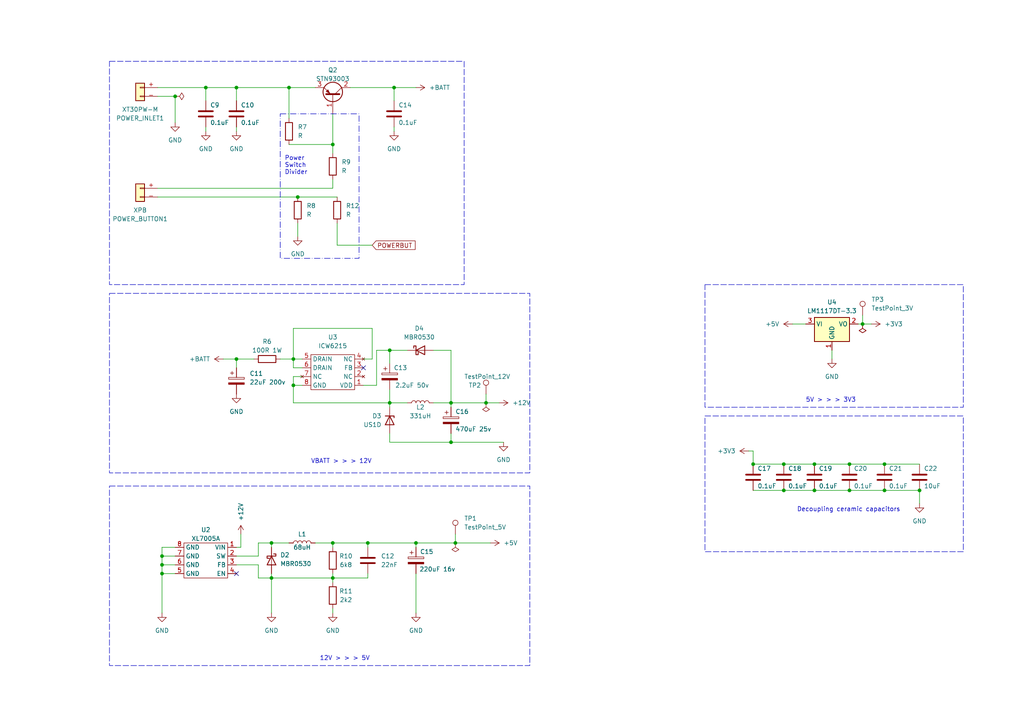
<source format=kicad_sch>
(kicad_sch (version 20230121) (generator eeschema)

  (uuid eae7d82d-8cae-4213-9c30-f84a84e7dde0)

  (paper "A4")

  (lib_symbols
    (symbol "4shift:STN93003" (pin_names (offset 0) hide) (in_bom yes) (on_board yes)
      (property "Reference" "Q" (at 5.08 1.905 0)
        (effects (font (size 1.27 1.27)) (justify left))
      )
      (property "Value" "STN93003" (at 5.08 0 0)
        (effects (font (size 1.27 1.27)) (justify left))
      )
      (property "Footprint" "Package_TO_SOT_SMD:SOT-223-3_TabPin2" (at 5.08 -1.905 0)
        (effects (font (size 1.27 1.27) italic) (justify left) hide)
      )
      (property "Datasheet" "https://datasheet.lcsc.com/lcsc/2010131808_STMicroelectronics-STN93003_C880083.pdf" (at 0 0 0)
        (effects (font (size 1.27 1.27)) (justify left) hide)
      )
      (property "ki_keywords" "PNP Transistor" (at 0 0 0)
        (effects (font (size 1.27 1.27)) hide)
      )
      (property "ki_description" "1A Ic, 45V Vce, PNP Medium Power Transistor, SOT-223" (at 0 0 0)
        (effects (font (size 1.27 1.27)) hide)
      )
      (property "ki_fp_filters" "SOT?223*" (at 0 0 0)
        (effects (font (size 1.27 1.27)) hide)
      )
      (symbol "STN93003_0_1"
        (polyline
          (pts
            (xy 0 0)
            (xy 0.635 0)
          )
          (stroke (width 0) (type default))
          (fill (type none))
        )
        (polyline
          (pts
            (xy 2.54 -2.54)
            (xy 0.635 -0.635)
          )
          (stroke (width 0) (type default))
          (fill (type none))
        )
        (polyline
          (pts
            (xy 2.54 2.54)
            (xy 0.635 0.635)
          )
          (stroke (width 0) (type default))
          (fill (type none))
        )
        (polyline
          (pts
            (xy 0.635 1.905)
            (xy 0.635 -1.905)
            (xy 0.635 -1.905)
          )
          (stroke (width 0.508) (type default))
          (fill (type outline))
        )
        (polyline
          (pts
            (xy 1.397 -1.905)
            (xy 1.905 -1.397)
            (xy 0.889 -0.889)
            (xy 1.397 -1.905)
            (xy 1.397 -1.905)
          )
          (stroke (width 0) (type default))
          (fill (type outline))
        )
        (circle (center 1.27 0) (radius 2.8194)
          (stroke (width 0.254) (type default))
          (fill (type none))
        )
      )
      (symbol "STN93003_1_1"
        (pin input line (at -5.08 0 0) (length 5.08)
          (name "B" (effects (font (size 1.27 1.27))))
          (number "1" (effects (font (size 1.27 1.27))))
        )
        (pin passive line (at 2.54 5.08 270) (length 2.54)
          (name "C" (effects (font (size 1.27 1.27))))
          (number "2" (effects (font (size 1.27 1.27))))
        )
        (pin passive line (at 2.54 -5.08 90) (length 2.54)
          (name "E" (effects (font (size 1.27 1.27))))
          (number "3" (effects (font (size 1.27 1.27))))
        )
      )
    )
    (symbol "4shift:XL7005a" (in_bom yes) (on_board yes)
      (property "Reference" "U" (at 0 2.54 0)
        (effects (font (size 1.27 1.27)))
      )
      (property "Value" "XL7005A" (at 0 0 0)
        (effects (font (size 1.27 1.27)))
      )
      (property "Footprint" "" (at 0 0 0)
        (effects (font (size 1.27 1.27)) hide)
      )
      (property "Datasheet" "" (at 0 0 0)
        (effects (font (size 1.27 1.27)) hide)
      )
      (symbol "XL7005a_0_1"
        (rectangle (start -6.35 -1.27) (end 6.35 -11.43)
          (stroke (width 0) (type default))
          (fill (type none))
        )
      )
      (symbol "XL7005a_1_1"
        (pin power_in line (at -8.89 -2.54 0) (length 2.54)
          (name "VIN" (effects (font (size 1.27 1.27))))
          (number "1" (effects (font (size 1.27 1.27))))
        )
        (pin power_out line (at -8.89 -5.08 0) (length 2.54)
          (name "SW" (effects (font (size 1.27 1.27))))
          (number "2" (effects (font (size 1.27 1.27))))
        )
        (pin input line (at -8.89 -7.62 0) (length 2.54)
          (name "FB" (effects (font (size 1.27 1.27))))
          (number "3" (effects (font (size 1.27 1.27))))
        )
        (pin input line (at -8.89 -10.16 0) (length 2.54)
          (name "EN" (effects (font (size 1.27 1.27))))
          (number "4" (effects (font (size 1.27 1.27))))
        )
        (pin passive line (at 8.89 -10.16 180) (length 2.54)
          (name "GND" (effects (font (size 1.27 1.27))))
          (number "5" (effects (font (size 1.27 1.27))))
        )
        (pin passive line (at 8.89 -7.62 180) (length 2.54)
          (name "GND" (effects (font (size 1.27 1.27))))
          (number "6" (effects (font (size 1.27 1.27))))
        )
        (pin passive line (at 8.89 -5.08 180) (length 2.54)
          (name "GND" (effects (font (size 1.27 1.27))))
          (number "7" (effects (font (size 1.27 1.27))))
        )
        (pin passive line (at 8.89 -2.54 180) (length 2.54)
          (name "GND" (effects (font (size 1.27 1.27))))
          (number "8" (effects (font (size 1.27 1.27))))
        )
      )
    )
    (symbol "Connector:TestPoint" (pin_numbers hide) (pin_names (offset 0.762) hide) (in_bom yes) (on_board yes)
      (property "Reference" "TP" (at 0 6.858 0)
        (effects (font (size 1.27 1.27)))
      )
      (property "Value" "TestPoint" (at 0 5.08 0)
        (effects (font (size 1.27 1.27)))
      )
      (property "Footprint" "" (at 5.08 0 0)
        (effects (font (size 1.27 1.27)) hide)
      )
      (property "Datasheet" "~" (at 5.08 0 0)
        (effects (font (size 1.27 1.27)) hide)
      )
      (property "ki_keywords" "test point tp" (at 0 0 0)
        (effects (font (size 1.27 1.27)) hide)
      )
      (property "ki_description" "test point" (at 0 0 0)
        (effects (font (size 1.27 1.27)) hide)
      )
      (property "ki_fp_filters" "Pin* Test*" (at 0 0 0)
        (effects (font (size 1.27 1.27)) hide)
      )
      (symbol "TestPoint_0_1"
        (circle (center 0 3.302) (radius 0.762)
          (stroke (width 0) (type default))
          (fill (type none))
        )
      )
      (symbol "TestPoint_1_1"
        (pin passive line (at 0 0 90) (length 2.54)
          (name "1" (effects (font (size 1.27 1.27))))
          (number "1" (effects (font (size 1.27 1.27))))
        )
      )
    )
    (symbol "Connector_Generic:Conn_01x02" (pin_names (offset 1.016) hide) (in_bom yes) (on_board yes)
      (property "Reference" "POWER_INLET" (at 0 -8.89 0)
        (effects (font (size 1.27 1.27)))
      )
      (property "Value" "XT30PW-M" (at 0 -6.35 0)
        (effects (font (size 1.27 1.27)))
      )
      (property "Footprint" "" (at 0 0 0)
        (effects (font (size 1.27 1.27)) hide)
      )
      (property "Datasheet" "~" (at 0 0 0)
        (effects (font (size 1.27 1.27)) hide)
      )
      (property "ki_keywords" "connector" (at 0 0 0)
        (effects (font (size 1.27 1.27)) hide)
      )
      (property "ki_description" "Generic connector, single row, 01x02, script generated (kicad-library-utils/schlib/autogen/connector/)" (at 0 0 0)
        (effects (font (size 1.27 1.27)) hide)
      )
      (property "ki_fp_filters" "Connector*:*_1x??_*" (at 0 0 0)
        (effects (font (size 1.27 1.27)) hide)
      )
      (symbol "Conn_01x02_1_1"
        (rectangle (start -1.27 -2.413) (end 0 -2.667)
          (stroke (width 0.1524) (type default))
          (fill (type none))
        )
        (rectangle (start -1.27 0.127) (end 0 -0.127)
          (stroke (width 0.1524) (type default))
          (fill (type none))
        )
        (rectangle (start -1.27 1.27) (end 1.27 -3.81)
          (stroke (width 0.254) (type default))
          (fill (type background))
        )
        (pin passive line (at -5.08 0 0) (length 3.81)
          (name "Pin_1" (effects (font (size 1.27 1.27))))
          (number "+" (effects (font (size 1.27 1.27))))
        )
        (pin passive line (at -5.08 -2.54 0) (length 3.81)
          (name "Pin_2" (effects (font (size 1.27 1.27))))
          (number "_" (effects (font (size 1.27 1.27))))
        )
      )
    )
    (symbol "Device:C" (pin_numbers hide) (pin_names (offset 0.254)) (in_bom yes) (on_board yes)
      (property "Reference" "C" (at 0.635 2.54 0)
        (effects (font (size 1.27 1.27)) (justify left))
      )
      (property "Value" "C" (at 0.635 -2.54 0)
        (effects (font (size 1.27 1.27)) (justify left))
      )
      (property "Footprint" "" (at 0.9652 -3.81 0)
        (effects (font (size 1.27 1.27)) hide)
      )
      (property "Datasheet" "~" (at 0 0 0)
        (effects (font (size 1.27 1.27)) hide)
      )
      (property "ki_keywords" "cap capacitor" (at 0 0 0)
        (effects (font (size 1.27 1.27)) hide)
      )
      (property "ki_description" "Unpolarized capacitor" (at 0 0 0)
        (effects (font (size 1.27 1.27)) hide)
      )
      (property "ki_fp_filters" "C_*" (at 0 0 0)
        (effects (font (size 1.27 1.27)) hide)
      )
      (symbol "C_0_1"
        (polyline
          (pts
            (xy -2.032 -0.762)
            (xy 2.032 -0.762)
          )
          (stroke (width 0.508) (type default))
          (fill (type none))
        )
        (polyline
          (pts
            (xy -2.032 0.762)
            (xy 2.032 0.762)
          )
          (stroke (width 0.508) (type default))
          (fill (type none))
        )
      )
      (symbol "C_1_1"
        (pin passive line (at 0 3.81 270) (length 2.794)
          (name "~" (effects (font (size 1.27 1.27))))
          (number "1" (effects (font (size 1.27 1.27))))
        )
        (pin passive line (at 0 -3.81 90) (length 2.794)
          (name "~" (effects (font (size 1.27 1.27))))
          (number "2" (effects (font (size 1.27 1.27))))
        )
      )
    )
    (symbol "Device:C_Polarized" (pin_numbers hide) (pin_names (offset 0.254)) (in_bom yes) (on_board yes)
      (property "Reference" "C" (at 0.635 2.54 0)
        (effects (font (size 1.27 1.27)) (justify left))
      )
      (property "Value" "C_Polarized" (at 0.635 -2.54 0)
        (effects (font (size 1.27 1.27)) (justify left))
      )
      (property "Footprint" "" (at 0.9652 -3.81 0)
        (effects (font (size 1.27 1.27)) hide)
      )
      (property "Datasheet" "~" (at 0 0 0)
        (effects (font (size 1.27 1.27)) hide)
      )
      (property "ki_keywords" "cap capacitor" (at 0 0 0)
        (effects (font (size 1.27 1.27)) hide)
      )
      (property "ki_description" "Polarized capacitor" (at 0 0 0)
        (effects (font (size 1.27 1.27)) hide)
      )
      (property "ki_fp_filters" "CP_*" (at 0 0 0)
        (effects (font (size 1.27 1.27)) hide)
      )
      (symbol "C_Polarized_0_1"
        (rectangle (start -2.286 0.508) (end 2.286 1.016)
          (stroke (width 0) (type default))
          (fill (type none))
        )
        (polyline
          (pts
            (xy -1.778 2.286)
            (xy -0.762 2.286)
          )
          (stroke (width 0) (type default))
          (fill (type none))
        )
        (polyline
          (pts
            (xy -1.27 2.794)
            (xy -1.27 1.778)
          )
          (stroke (width 0) (type default))
          (fill (type none))
        )
        (rectangle (start 2.286 -0.508) (end -2.286 -1.016)
          (stroke (width 0) (type default))
          (fill (type outline))
        )
      )
      (symbol "C_Polarized_1_1"
        (pin passive line (at 0 3.81 270) (length 2.794)
          (name "~" (effects (font (size 1.27 1.27))))
          (number "1" (effects (font (size 1.27 1.27))))
        )
        (pin passive line (at 0 -3.81 90) (length 2.794)
          (name "~" (effects (font (size 1.27 1.27))))
          (number "2" (effects (font (size 1.27 1.27))))
        )
      )
    )
    (symbol "Device:D_Zener" (pin_numbers hide) (pin_names (offset 1.016) hide) (in_bom yes) (on_board yes)
      (property "Reference" "D" (at 0 2.54 0)
        (effects (font (size 1.27 1.27)))
      )
      (property "Value" "D_Zener" (at 0 -2.54 0)
        (effects (font (size 1.27 1.27)))
      )
      (property "Footprint" "" (at 0 0 0)
        (effects (font (size 1.27 1.27)) hide)
      )
      (property "Datasheet" "~" (at 0 0 0)
        (effects (font (size 1.27 1.27)) hide)
      )
      (property "ki_keywords" "diode" (at 0 0 0)
        (effects (font (size 1.27 1.27)) hide)
      )
      (property "ki_description" "Zener diode" (at 0 0 0)
        (effects (font (size 1.27 1.27)) hide)
      )
      (property "ki_fp_filters" "TO-???* *_Diode_* *SingleDiode* D_*" (at 0 0 0)
        (effects (font (size 1.27 1.27)) hide)
      )
      (symbol "D_Zener_0_1"
        (polyline
          (pts
            (xy 1.27 0)
            (xy -1.27 0)
          )
          (stroke (width 0) (type default))
          (fill (type none))
        )
        (polyline
          (pts
            (xy -1.27 -1.27)
            (xy -1.27 1.27)
            (xy -0.762 1.27)
          )
          (stroke (width 0.254) (type default))
          (fill (type none))
        )
        (polyline
          (pts
            (xy 1.27 -1.27)
            (xy 1.27 1.27)
            (xy -1.27 0)
            (xy 1.27 -1.27)
          )
          (stroke (width 0.254) (type default))
          (fill (type none))
        )
      )
      (symbol "D_Zener_1_1"
        (pin passive line (at -3.81 0 0) (length 2.54)
          (name "K" (effects (font (size 1.27 1.27))))
          (number "1" (effects (font (size 1.27 1.27))))
        )
        (pin passive line (at 3.81 0 180) (length 2.54)
          (name "A" (effects (font (size 1.27 1.27))))
          (number "2" (effects (font (size 1.27 1.27))))
        )
      )
    )
    (symbol "Device:L" (pin_numbers hide) (pin_names (offset 1.016) hide) (in_bom yes) (on_board yes)
      (property "Reference" "L" (at -1.27 0 90)
        (effects (font (size 1.27 1.27)))
      )
      (property "Value" "L" (at 1.905 0 90)
        (effects (font (size 1.27 1.27)))
      )
      (property "Footprint" "" (at 0 0 0)
        (effects (font (size 1.27 1.27)) hide)
      )
      (property "Datasheet" "~" (at 0 0 0)
        (effects (font (size 1.27 1.27)) hide)
      )
      (property "ki_keywords" "inductor choke coil reactor magnetic" (at 0 0 0)
        (effects (font (size 1.27 1.27)) hide)
      )
      (property "ki_description" "Inductor" (at 0 0 0)
        (effects (font (size 1.27 1.27)) hide)
      )
      (property "ki_fp_filters" "Choke_* *Coil* Inductor_* L_*" (at 0 0 0)
        (effects (font (size 1.27 1.27)) hide)
      )
      (symbol "L_0_1"
        (arc (start 0 -2.54) (mid 0.6323 -1.905) (end 0 -1.27)
          (stroke (width 0) (type default))
          (fill (type none))
        )
        (arc (start 0 -1.27) (mid 0.6323 -0.635) (end 0 0)
          (stroke (width 0) (type default))
          (fill (type none))
        )
        (arc (start 0 0) (mid 0.6323 0.635) (end 0 1.27)
          (stroke (width 0) (type default))
          (fill (type none))
        )
        (arc (start 0 1.27) (mid 0.6323 1.905) (end 0 2.54)
          (stroke (width 0) (type default))
          (fill (type none))
        )
      )
      (symbol "L_1_1"
        (pin passive line (at 0 3.81 270) (length 1.27)
          (name "1" (effects (font (size 1.27 1.27))))
          (number "1" (effects (font (size 1.27 1.27))))
        )
        (pin passive line (at 0 -3.81 90) (length 1.27)
          (name "2" (effects (font (size 1.27 1.27))))
          (number "2" (effects (font (size 1.27 1.27))))
        )
      )
    )
    (symbol "Device:R" (pin_numbers hide) (pin_names (offset 0)) (in_bom yes) (on_board yes)
      (property "Reference" "R" (at 2.032 0 90)
        (effects (font (size 1.27 1.27)))
      )
      (property "Value" "R" (at 0 0 90)
        (effects (font (size 1.27 1.27)))
      )
      (property "Footprint" "" (at -1.778 0 90)
        (effects (font (size 1.27 1.27)) hide)
      )
      (property "Datasheet" "~" (at 0 0 0)
        (effects (font (size 1.27 1.27)) hide)
      )
      (property "ki_keywords" "R res resistor" (at 0 0 0)
        (effects (font (size 1.27 1.27)) hide)
      )
      (property "ki_description" "Resistor" (at 0 0 0)
        (effects (font (size 1.27 1.27)) hide)
      )
      (property "ki_fp_filters" "R_*" (at 0 0 0)
        (effects (font (size 1.27 1.27)) hide)
      )
      (symbol "R_0_1"
        (rectangle (start -1.016 -2.54) (end 1.016 2.54)
          (stroke (width 0.254) (type default))
          (fill (type none))
        )
      )
      (symbol "R_1_1"
        (pin passive line (at 0 3.81 270) (length 1.27)
          (name "~" (effects (font (size 1.27 1.27))))
          (number "1" (effects (font (size 1.27 1.27))))
        )
        (pin passive line (at 0 -3.81 90) (length 1.27)
          (name "~" (effects (font (size 1.27 1.27))))
          (number "2" (effects (font (size 1.27 1.27))))
        )
      )
    )
    (symbol "Diode:MBR0530" (pin_numbers hide) (pin_names (offset 1.016) hide) (in_bom yes) (on_board yes)
      (property "Reference" "D" (at 0 2.54 0)
        (effects (font (size 1.27 1.27)))
      )
      (property "Value" "MBR0530" (at 0 -2.54 0)
        (effects (font (size 1.27 1.27)))
      )
      (property "Footprint" "Diode_SMD:D_SOD-123" (at 0 -4.445 0)
        (effects (font (size 1.27 1.27)) hide)
      )
      (property "Datasheet" "http://www.mccsemi.com/up_pdf/MBR0520~MBR0580(SOD123).pdf" (at 0 0 0)
        (effects (font (size 1.27 1.27)) hide)
      )
      (property "ki_keywords" "diode Schottky" (at 0 0 0)
        (effects (font (size 1.27 1.27)) hide)
      )
      (property "ki_description" "30V 0.5A Schottky Power Rectifier Diode, SOD-123" (at 0 0 0)
        (effects (font (size 1.27 1.27)) hide)
      )
      (property "ki_fp_filters" "D*SOD?123*" (at 0 0 0)
        (effects (font (size 1.27 1.27)) hide)
      )
      (symbol "MBR0530_0_1"
        (polyline
          (pts
            (xy 1.27 0)
            (xy -1.27 0)
          )
          (stroke (width 0) (type default))
          (fill (type none))
        )
        (polyline
          (pts
            (xy 1.27 1.27)
            (xy 1.27 -1.27)
            (xy -1.27 0)
            (xy 1.27 1.27)
          )
          (stroke (width 0.254) (type default))
          (fill (type none))
        )
        (polyline
          (pts
            (xy -1.905 0.635)
            (xy -1.905 1.27)
            (xy -1.27 1.27)
            (xy -1.27 -1.27)
            (xy -0.635 -1.27)
            (xy -0.635 -0.635)
          )
          (stroke (width 0.254) (type default))
          (fill (type none))
        )
      )
      (symbol "MBR0530_1_1"
        (pin passive line (at -3.81 0 0) (length 2.54)
          (name "K" (effects (font (size 1.27 1.27))))
          (number "1" (effects (font (size 1.27 1.27))))
        )
        (pin passive line (at 3.81 0 180) (length 2.54)
          (name "A" (effects (font (size 1.27 1.27))))
          (number "2" (effects (font (size 1.27 1.27))))
        )
      )
    )
    (symbol "ICW6215_1" (in_bom yes) (on_board yes)
      (property "Reference" "U" (at 0 0 0)
        (effects (font (size 1.27 1.27)))
      )
      (property "Value" "ICW6215" (at 0 0 0)
        (effects (font (size 1.27 1.27)))
      )
      (property "Footprint" "" (at 0 0 0)
        (effects (font (size 1.27 1.27)) hide)
      )
      (property "Datasheet" "" (at 0 0 0)
        (effects (font (size 1.27 1.27)) hide)
      )
      (symbol "ICW6215_1_0_1"
        (rectangle (start -6.35 -1.27) (end 6.35 -11.43)
          (stroke (width 0) (type default))
          (fill (type none))
        )
      )
      (symbol "ICW6215_1_1_1"
        (pin power_out line (at -8.89 -2.54 0) (length 2.54)
          (name "VDD" (effects (font (size 1.27 1.27))))
          (number "1" (effects (font (size 1.27 1.27))))
        )
        (pin no_connect line (at -8.89 -5.08 0) (length 2.54)
          (name "NC" (effects (font (size 1.27 1.27))))
          (number "2" (effects (font (size 1.27 1.27))))
        )
        (pin input line (at -8.89 -7.62 0) (length 2.54)
          (name "FB" (effects (font (size 1.27 1.27))))
          (number "3" (effects (font (size 1.27 1.27))))
        )
        (pin no_connect line (at -8.89 -10.16 0) (length 2.54)
          (name "NC" (effects (font (size 1.27 1.27))))
          (number "4" (effects (font (size 1.27 1.27))))
        )
        (pin power_in line (at 8.89 -10.16 180) (length 2.54)
          (name "DRAIN" (effects (font (size 1.27 1.27))))
          (number "5" (effects (font (size 1.27 1.27))))
        )
        (pin power_in line (at 8.89 -7.62 180) (length 2.54)
          (name "DRAIN" (effects (font (size 1.27 1.27))))
          (number "6" (effects (font (size 1.27 1.27))))
        )
        (pin no_connect line (at 8.89 -5.08 180) (length 2.54)
          (name "NC" (effects (font (size 1.27 1.27))))
          (number "7" (effects (font (size 1.27 1.27))))
        )
        (pin passive line (at 8.89 -2.54 180) (length 2.54)
          (name "GND" (effects (font (size 1.27 1.27))))
          (number "8" (effects (font (size 1.27 1.27))))
        )
      )
    )
    (symbol "PCM_4ms_Power-symbol:+12V" (power) (pin_names (offset 0)) (in_bom yes) (on_board yes)
      (property "Reference" "#PWR" (at 0 -3.81 0)
        (effects (font (size 1.27 1.27)) hide)
      )
      (property "Value" "+12V" (at 0 3.556 0)
        (effects (font (size 1.27 1.27)))
      )
      (property "Footprint" "" (at 0 0 0)
        (effects (font (size 1.27 1.27)) hide)
      )
      (property "Datasheet" "" (at 0 0 0)
        (effects (font (size 1.27 1.27)) hide)
      )
      (symbol "+12V_0_1"
        (polyline
          (pts
            (xy -0.762 1.27)
            (xy 0 2.54)
          )
          (stroke (width 0) (type default))
          (fill (type none))
        )
        (polyline
          (pts
            (xy 0 0)
            (xy 0 2.54)
          )
          (stroke (width 0) (type default))
          (fill (type none))
        )
        (polyline
          (pts
            (xy 0 2.54)
            (xy 0.762 1.27)
          )
          (stroke (width 0) (type default))
          (fill (type none))
        )
      )
      (symbol "+12V_1_1"
        (pin power_in line (at 0 0 90) (length 0) hide
          (name "+12V" (effects (font (size 1.27 1.27))))
          (number "1" (effects (font (size 1.27 1.27))))
        )
      )
    )
    (symbol "Regulator_Linear:LM1117DT-3.3" (in_bom yes) (on_board yes)
      (property "Reference" "U" (at -3.81 3.175 0)
        (effects (font (size 1.27 1.27)))
      )
      (property "Value" "LM1117DT-3.3" (at 0 3.175 0)
        (effects (font (size 1.27 1.27)) (justify left))
      )
      (property "Footprint" "Package_TO_SOT_SMD:TO-252-3_TabPin2" (at 0 0 0)
        (effects (font (size 1.27 1.27)) hide)
      )
      (property "Datasheet" "http://www.ti.com/lit/ds/symlink/lm1117.pdf" (at 0 0 0)
        (effects (font (size 1.27 1.27)) hide)
      )
      (property "ki_keywords" "linear regulator ldo fixed positive" (at 0 0 0)
        (effects (font (size 1.27 1.27)) hide)
      )
      (property "ki_description" "800mA Low-Dropout Linear Regulator, 3.3V fixed output, TO-252" (at 0 0 0)
        (effects (font (size 1.27 1.27)) hide)
      )
      (property "ki_fp_filters" "TO?252*" (at 0 0 0)
        (effects (font (size 1.27 1.27)) hide)
      )
      (symbol "LM1117DT-3.3_0_1"
        (rectangle (start -5.08 -5.08) (end 5.08 1.905)
          (stroke (width 0.254) (type default))
          (fill (type background))
        )
      )
      (symbol "LM1117DT-3.3_1_1"
        (pin power_in line (at 0 -7.62 90) (length 2.54)
          (name "GND" (effects (font (size 1.27 1.27))))
          (number "1" (effects (font (size 1.27 1.27))))
        )
        (pin power_out line (at 7.62 0 180) (length 2.54)
          (name "VO" (effects (font (size 1.27 1.27))))
          (number "2" (effects (font (size 1.27 1.27))))
        )
        (pin power_in line (at -7.62 0 0) (length 2.54)
          (name "VI" (effects (font (size 1.27 1.27))))
          (number "3" (effects (font (size 1.27 1.27))))
        )
      )
    )
    (symbol "power:+3V3" (power) (pin_names (offset 0)) (in_bom yes) (on_board yes)
      (property "Reference" "#PWR" (at 0 -3.81 0)
        (effects (font (size 1.27 1.27)) hide)
      )
      (property "Value" "+3V3" (at 0 3.556 0)
        (effects (font (size 1.27 1.27)))
      )
      (property "Footprint" "" (at 0 0 0)
        (effects (font (size 1.27 1.27)) hide)
      )
      (property "Datasheet" "" (at 0 0 0)
        (effects (font (size 1.27 1.27)) hide)
      )
      (property "ki_keywords" "global power" (at 0 0 0)
        (effects (font (size 1.27 1.27)) hide)
      )
      (property "ki_description" "Power symbol creates a global label with name \"+3V3\"" (at 0 0 0)
        (effects (font (size 1.27 1.27)) hide)
      )
      (symbol "+3V3_0_1"
        (polyline
          (pts
            (xy -0.762 1.27)
            (xy 0 2.54)
          )
          (stroke (width 0) (type default))
          (fill (type none))
        )
        (polyline
          (pts
            (xy 0 0)
            (xy 0 2.54)
          )
          (stroke (width 0) (type default))
          (fill (type none))
        )
        (polyline
          (pts
            (xy 0 2.54)
            (xy 0.762 1.27)
          )
          (stroke (width 0) (type default))
          (fill (type none))
        )
      )
      (symbol "+3V3_1_1"
        (pin power_in line (at 0 0 90) (length 0) hide
          (name "+3V3" (effects (font (size 1.27 1.27))))
          (number "1" (effects (font (size 1.27 1.27))))
        )
      )
    )
    (symbol "power:+5V" (power) (pin_names (offset 0)) (in_bom yes) (on_board yes)
      (property "Reference" "#PWR" (at 0 -3.81 0)
        (effects (font (size 1.27 1.27)) hide)
      )
      (property "Value" "+5V" (at 0 3.556 0)
        (effects (font (size 1.27 1.27)))
      )
      (property "Footprint" "" (at 0 0 0)
        (effects (font (size 1.27 1.27)) hide)
      )
      (property "Datasheet" "" (at 0 0 0)
        (effects (font (size 1.27 1.27)) hide)
      )
      (property "ki_keywords" "global power" (at 0 0 0)
        (effects (font (size 1.27 1.27)) hide)
      )
      (property "ki_description" "Power symbol creates a global label with name \"+5V\"" (at 0 0 0)
        (effects (font (size 1.27 1.27)) hide)
      )
      (symbol "+5V_0_1"
        (polyline
          (pts
            (xy -0.762 1.27)
            (xy 0 2.54)
          )
          (stroke (width 0) (type default))
          (fill (type none))
        )
        (polyline
          (pts
            (xy 0 0)
            (xy 0 2.54)
          )
          (stroke (width 0) (type default))
          (fill (type none))
        )
        (polyline
          (pts
            (xy 0 2.54)
            (xy 0.762 1.27)
          )
          (stroke (width 0) (type default))
          (fill (type none))
        )
      )
      (symbol "+5V_1_1"
        (pin power_in line (at 0 0 90) (length 0) hide
          (name "+5V" (effects (font (size 1.27 1.27))))
          (number "1" (effects (font (size 1.27 1.27))))
        )
      )
    )
    (symbol "power:+BATT" (power) (pin_names (offset 0)) (in_bom yes) (on_board yes)
      (property "Reference" "#PWR" (at 0 -3.81 0)
        (effects (font (size 1.27 1.27)) hide)
      )
      (property "Value" "+BATT" (at 0 3.556 0)
        (effects (font (size 1.27 1.27)))
      )
      (property "Footprint" "" (at 0 0 0)
        (effects (font (size 1.27 1.27)) hide)
      )
      (property "Datasheet" "" (at 0 0 0)
        (effects (font (size 1.27 1.27)) hide)
      )
      (property "ki_keywords" "global power battery" (at 0 0 0)
        (effects (font (size 1.27 1.27)) hide)
      )
      (property "ki_description" "Power symbol creates a global label with name \"+BATT\"" (at 0 0 0)
        (effects (font (size 1.27 1.27)) hide)
      )
      (symbol "+BATT_0_1"
        (polyline
          (pts
            (xy -0.762 1.27)
            (xy 0 2.54)
          )
          (stroke (width 0) (type default))
          (fill (type none))
        )
        (polyline
          (pts
            (xy 0 0)
            (xy 0 2.54)
          )
          (stroke (width 0) (type default))
          (fill (type none))
        )
        (polyline
          (pts
            (xy 0 2.54)
            (xy 0.762 1.27)
          )
          (stroke (width 0) (type default))
          (fill (type none))
        )
      )
      (symbol "+BATT_1_1"
        (pin power_in line (at 0 0 90) (length 0) hide
          (name "+BATT" (effects (font (size 1.27 1.27))))
          (number "1" (effects (font (size 1.27 1.27))))
        )
      )
    )
    (symbol "power:GND" (power) (pin_names (offset 0)) (in_bom yes) (on_board yes)
      (property "Reference" "#PWR" (at 0 -6.35 0)
        (effects (font (size 1.27 1.27)) hide)
      )
      (property "Value" "GND" (at 0 -3.81 0)
        (effects (font (size 1.27 1.27)))
      )
      (property "Footprint" "" (at 0 0 0)
        (effects (font (size 1.27 1.27)) hide)
      )
      (property "Datasheet" "" (at 0 0 0)
        (effects (font (size 1.27 1.27)) hide)
      )
      (property "ki_keywords" "global power" (at 0 0 0)
        (effects (font (size 1.27 1.27)) hide)
      )
      (property "ki_description" "Power symbol creates a global label with name \"GND\" , ground" (at 0 0 0)
        (effects (font (size 1.27 1.27)) hide)
      )
      (symbol "GND_0_1"
        (polyline
          (pts
            (xy 0 0)
            (xy 0 -1.27)
            (xy 1.27 -1.27)
            (xy 0 -2.54)
            (xy -1.27 -1.27)
            (xy 0 -1.27)
          )
          (stroke (width 0) (type default))
          (fill (type none))
        )
      )
      (symbol "GND_1_1"
        (pin power_in line (at 0 0 270) (length 0) hide
          (name "GND" (effects (font (size 1.27 1.27))))
          (number "1" (effects (font (size 1.27 1.27))))
        )
      )
    )
    (symbol "power:PWR_FLAG" (power) (pin_numbers hide) (pin_names (offset 0) hide) (in_bom yes) (on_board yes)
      (property "Reference" "#FLG" (at 0 1.905 0)
        (effects (font (size 1.27 1.27)) hide)
      )
      (property "Value" "PWR_FLAG" (at 0 3.81 0)
        (effects (font (size 1.27 1.27)))
      )
      (property "Footprint" "" (at 0 0 0)
        (effects (font (size 1.27 1.27)) hide)
      )
      (property "Datasheet" "~" (at 0 0 0)
        (effects (font (size 1.27 1.27)) hide)
      )
      (property "ki_keywords" "flag power" (at 0 0 0)
        (effects (font (size 1.27 1.27)) hide)
      )
      (property "ki_description" "Special symbol for telling ERC where power comes from" (at 0 0 0)
        (effects (font (size 1.27 1.27)) hide)
      )
      (symbol "PWR_FLAG_0_0"
        (pin power_out line (at 0 0 90) (length 0)
          (name "pwr" (effects (font (size 1.27 1.27))))
          (number "1" (effects (font (size 1.27 1.27))))
        )
      )
      (symbol "PWR_FLAG_0_1"
        (polyline
          (pts
            (xy 0 0)
            (xy 0 1.27)
            (xy -1.016 1.905)
            (xy 0 2.54)
            (xy 1.016 1.905)
            (xy 0 1.27)
          )
          (stroke (width 0) (type default))
          (fill (type none))
        )
      )
    )
  )

  (junction (at 68.58 25.4) (diameter 0) (color 0 0 0 0)
    (uuid 06f3e45f-f582-404b-b019-36c07228cc72)
  )
  (junction (at 83.82 25.4) (diameter 0) (color 0 0 0 0)
    (uuid 0bb9c942-b3f1-4ae0-ba58-065676c05f9e)
  )
  (junction (at 266.7 142.24) (diameter 0) (color 0 0 0 0)
    (uuid 0e5d4d2e-d202-4d6a-905e-9dc8ac4dc23d)
  )
  (junction (at 68.58 104.14) (diameter 0) (color 0 0 0 0)
    (uuid 1a429fb5-fc5b-4ed0-880e-64fce4205291)
  )
  (junction (at 96.52 157.48) (diameter 0) (color 0 0 0 0)
    (uuid 30cd5510-5b1f-4158-9bcb-f0153139e050)
  )
  (junction (at 132.08 157.48) (diameter 0) (color 0 0 0 0)
    (uuid 38cbf720-0130-49b4-802d-a3421a16addc)
  )
  (junction (at 246.38 134.62) (diameter 0) (color 0 0 0 0)
    (uuid 3b26cb45-332d-4296-8ba5-14dc58b69fe8)
  )
  (junction (at 113.03 116.84) (diameter 0) (color 0 0 0 0)
    (uuid 4310bdc6-d3e9-440c-bf20-1493588ceb44)
  )
  (junction (at 106.68 157.48) (diameter 0) (color 0 0 0 0)
    (uuid 5217b2ec-d35e-4b09-98ed-d6ac1ca93fd2)
  )
  (junction (at 46.99 166.37) (diameter 0) (color 0 0 0 0)
    (uuid 55a7d895-497a-46b3-b24a-1bd7b6e340a1)
  )
  (junction (at 85.09 104.14) (diameter 0) (color 0 0 0 0)
    (uuid 58e4d179-0e6f-46fb-9abc-2fc5f47c1c13)
  )
  (junction (at 78.74 167.64) (diameter 0) (color 0 0 0 0)
    (uuid 5d2721eb-fecb-4858-8a4d-1384dbbddd6a)
  )
  (junction (at 236.22 134.62) (diameter 0) (color 0 0 0 0)
    (uuid 6031fd14-8f64-4e2c-b326-00bf98c75de4)
  )
  (junction (at 130.81 116.84) (diameter 0) (color 0 0 0 0)
    (uuid 6116db27-776e-4b82-8ad0-7d946cd99056)
  )
  (junction (at 46.99 161.29) (diameter 0) (color 0 0 0 0)
    (uuid 69b89c86-aec7-46b4-a867-82b3ef57d4d6)
  )
  (junction (at 113.03 101.6) (diameter 0) (color 0 0 0 0)
    (uuid 6c7b21aa-29a3-4a1f-8cb5-7b50d90c1213)
  )
  (junction (at 250.19 93.98) (diameter 0) (color 0 0 0 0)
    (uuid 746cd28d-0235-4c47-ab27-1e5ceea3e78b)
  )
  (junction (at 96.52 167.64) (diameter 0) (color 0 0 0 0)
    (uuid 851da430-436f-4743-b4e2-f825bc3a5cad)
  )
  (junction (at 78.74 157.48) (diameter 0) (color 0 0 0 0)
    (uuid 8ddd575a-abb3-48ce-81b1-ca5e6d028cf5)
  )
  (junction (at 236.22 142.24) (diameter 0) (color 0 0 0 0)
    (uuid a08126b9-af06-4aca-9848-4d064a48c377)
  )
  (junction (at 256.54 142.24) (diameter 0) (color 0 0 0 0)
    (uuid a4914799-d4ff-4ddc-93a8-49bc6b107706)
  )
  (junction (at 46.99 163.83) (diameter 0) (color 0 0 0 0)
    (uuid a84f91c6-66a7-47ef-9358-5f8ae45e91c6)
  )
  (junction (at 114.3 25.4) (diameter 0) (color 0 0 0 0)
    (uuid ab4ae203-8c7e-4161-9634-95d2889df92b)
  )
  (junction (at 218.44 134.62) (diameter 0) (color 0 0 0 0)
    (uuid b8c5df9c-8797-4481-b38b-721ed0004bf2)
  )
  (junction (at 227.33 142.24) (diameter 0) (color 0 0 0 0)
    (uuid d24890d6-aa43-4bd9-8f6e-a866bc8728ce)
  )
  (junction (at 256.54 134.62) (diameter 0) (color 0 0 0 0)
    (uuid d5d35bd0-0da9-4eff-a35c-a081e887665d)
  )
  (junction (at 86.36 57.15) (diameter 0) (color 0 0 0 0)
    (uuid d93873f0-fbe5-4d9f-9984-5e5ae405e8c9)
  )
  (junction (at 227.33 134.62) (diameter 0) (color 0 0 0 0)
    (uuid db584b86-5385-4743-8daf-60de3bb4ff76)
  )
  (junction (at 50.8 27.94) (diameter 0) (color 0 0 0 0)
    (uuid e0b03d2f-835e-4f26-8d98-f39d8f434eaf)
  )
  (junction (at 246.38 142.24) (diameter 0) (color 0 0 0 0)
    (uuid e897db0d-149c-4200-972d-940443fbc0e5)
  )
  (junction (at 120.65 157.48) (diameter 0) (color 0 0 0 0)
    (uuid eb756c31-3491-443e-93cc-05c6cfb42236)
  )
  (junction (at 130.81 128.27) (diameter 0) (color 0 0 0 0)
    (uuid ef71d160-942c-46a9-a9e2-0217e5c585e8)
  )
  (junction (at 85.09 111.76) (diameter 0) (color 0 0 0 0)
    (uuid f4bd09e6-9b8a-4409-9570-4cb9e5db9551)
  )
  (junction (at 59.69 25.4) (diameter 0) (color 0 0 0 0)
    (uuid f5cf0098-258f-4568-8fa4-340e26d6b8ae)
  )
  (junction (at 96.52 41.91) (diameter 0) (color 0 0 0 0)
    (uuid fae684d3-fb5a-492c-844f-861d309418bc)
  )
  (junction (at 140.97 116.84) (diameter 0) (color 0 0 0 0)
    (uuid fb52d8d9-a74a-4485-9a44-8e22b0583ee5)
  )

  (no_connect (at 105.41 106.68) (uuid 7bed02c5-78c5-4260-9b81-450e73a2cb4c))
  (no_connect (at 68.58 166.37) (uuid f7689368-5c96-4b15-ac83-90b589b4f9db))

  (wire (pts (xy 120.65 166.37) (xy 120.65 177.8))
    (stroke (width 0) (type default))
    (uuid 019e4422-4083-4a9f-be76-c299518c9071)
  )
  (wire (pts (xy 236.22 142.24) (xy 246.38 142.24))
    (stroke (width 0) (type default))
    (uuid 03285037-431e-41d4-b475-d996c2fbfbca)
  )
  (wire (pts (xy 106.68 157.48) (xy 96.52 157.48))
    (stroke (width 0) (type default))
    (uuid 0863f1fd-f168-46ee-8a25-d92e90d48b87)
  )
  (wire (pts (xy 74.93 161.29) (xy 74.93 157.48))
    (stroke (width 0) (type default))
    (uuid 16fe024a-77e0-4245-b614-f9127e308bbc)
  )
  (wire (pts (xy 113.03 116.84) (xy 118.11 116.84))
    (stroke (width 0) (type default))
    (uuid 18d1a312-c453-4258-bac4-45055defac54)
  )
  (wire (pts (xy 120.65 157.48) (xy 120.65 158.75))
    (stroke (width 0) (type default))
    (uuid 1acd9a04-3bb7-4c5e-b2c5-d115d4a7805f)
  )
  (wire (pts (xy 113.03 101.6) (xy 113.03 105.41))
    (stroke (width 0) (type default))
    (uuid 1d9d4d99-b78d-4077-aba2-20beb8ccd709)
  )
  (wire (pts (xy 83.82 41.91) (xy 96.52 41.91))
    (stroke (width 0) (type default))
    (uuid 1ffb84fc-e629-4fb3-8aaa-46ae62b0dfe8)
  )
  (wire (pts (xy 96.52 41.91) (xy 96.52 44.45))
    (stroke (width 0) (type default))
    (uuid 21ac8981-a528-49cd-950c-a1652ca13667)
  )
  (wire (pts (xy 140.97 116.84) (xy 144.78 116.84))
    (stroke (width 0) (type default))
    (uuid 22c8add5-028e-42d0-b5e5-9076ee8d42cb)
  )
  (wire (pts (xy 105.41 104.14) (xy 107.95 104.14))
    (stroke (width 0) (type default))
    (uuid 2dd78365-3f4a-4f50-a061-859ec96609c6)
  )
  (wire (pts (xy 78.74 167.64) (xy 78.74 177.8))
    (stroke (width 0) (type default))
    (uuid 2e30fd51-207c-491a-8af0-6f1e04719931)
  )
  (wire (pts (xy 87.63 104.14) (xy 85.09 104.14))
    (stroke (width 0) (type default))
    (uuid 2e940c81-b85b-46c9-a238-e8e7acd3c0e8)
  )
  (wire (pts (xy 106.68 166.37) (xy 106.68 167.64))
    (stroke (width 0) (type default))
    (uuid 2f304c8e-78ab-4bb5-828e-c7b717c1e135)
  )
  (wire (pts (xy 86.36 64.77) (xy 86.36 68.58))
    (stroke (width 0) (type default))
    (uuid 31648c81-75fe-4234-9a38-9f0ca2a4b1a4)
  )
  (wire (pts (xy 101.6 25.4) (xy 114.3 25.4))
    (stroke (width 0) (type default))
    (uuid 355fd179-ab14-40fb-b0f0-bc50d967c71e)
  )
  (wire (pts (xy 96.52 33.02) (xy 96.52 41.91))
    (stroke (width 0) (type default))
    (uuid 366dde9b-ddfc-4324-84b5-82a4715d0772)
  )
  (wire (pts (xy 218.44 142.24) (xy 227.33 142.24))
    (stroke (width 0) (type default))
    (uuid 375c6485-397b-4e50-8442-4e376bd2c969)
  )
  (wire (pts (xy 96.52 177.8) (xy 96.52 176.53))
    (stroke (width 0) (type default))
    (uuid 3770967e-1479-4626-8311-a54f40ccd9be)
  )
  (wire (pts (xy 50.8 158.75) (xy 46.99 158.75))
    (stroke (width 0) (type default))
    (uuid 377d1331-3ccc-4d0d-afb6-c7936a031393)
  )
  (wire (pts (xy 59.69 29.21) (xy 59.69 25.4))
    (stroke (width 0) (type default))
    (uuid 39b57ba0-5404-4008-8f16-9a3bb63e70ef)
  )
  (wire (pts (xy 113.03 118.11) (xy 113.03 116.84))
    (stroke (width 0) (type default))
    (uuid 3b193623-5520-44af-88f9-981edbf90649)
  )
  (wire (pts (xy 132.08 157.48) (xy 142.24 157.48))
    (stroke (width 0) (type default))
    (uuid 3d25f4ed-38f1-45bf-a0aa-45f01529e177)
  )
  (wire (pts (xy 85.09 95.25) (xy 107.95 95.25))
    (stroke (width 0) (type default))
    (uuid 3d8c3915-d56e-4b3c-9cbf-54ec0b58b35a)
  )
  (wire (pts (xy 50.8 161.29) (xy 46.99 161.29))
    (stroke (width 0) (type default))
    (uuid 3f6e06b4-c0ef-48f5-a7be-2b5aad6d4d47)
  )
  (wire (pts (xy 86.36 57.15) (xy 97.79 57.15))
    (stroke (width 0) (type default))
    (uuid 408765be-4eca-42e9-84d9-760bb6f6052f)
  )
  (wire (pts (xy 107.95 95.25) (xy 107.95 104.14))
    (stroke (width 0) (type default))
    (uuid 40afac88-24fd-4382-9d59-0a74b61eac26)
  )
  (wire (pts (xy 50.8 166.37) (xy 46.99 166.37))
    (stroke (width 0) (type default))
    (uuid 40c6ce52-9e3b-4157-b6ea-8105cc60bc79)
  )
  (wire (pts (xy 45.72 54.61) (xy 96.52 54.61))
    (stroke (width 0) (type default))
    (uuid 432bdb06-e562-4369-a963-8e98f2cd75a1)
  )
  (wire (pts (xy 107.95 71.12) (xy 97.79 71.12))
    (stroke (width 0) (type default))
    (uuid 4394cbb4-8d75-4493-9fca-d81c2992e469)
  )
  (wire (pts (xy 68.58 36.83) (xy 68.58 38.1))
    (stroke (width 0) (type default))
    (uuid 466ba3a0-86f9-4b14-b568-5ba6e316b70e)
  )
  (wire (pts (xy 125.73 101.6) (xy 130.81 101.6))
    (stroke (width 0) (type default))
    (uuid 4829b4ca-e46b-44a5-b148-a4549ffc47a0)
  )
  (wire (pts (xy 229.87 93.98) (xy 233.68 93.98))
    (stroke (width 0) (type default))
    (uuid 49752169-f4cd-4d86-9511-644a3ddce2b1)
  )
  (wire (pts (xy 130.81 116.84) (xy 140.97 116.84))
    (stroke (width 0) (type default))
    (uuid 49d079f0-1eed-4670-a0f8-7c24933a3481)
  )
  (wire (pts (xy 218.44 134.62) (xy 227.33 134.62))
    (stroke (width 0) (type default))
    (uuid 4a194cb6-c2bb-4511-9407-f57238a043c3)
  )
  (wire (pts (xy 96.52 167.64) (xy 106.68 167.64))
    (stroke (width 0) (type default))
    (uuid 4a4d6543-3a60-4022-af73-a3134c27816a)
  )
  (wire (pts (xy 266.7 142.24) (xy 266.7 146.05))
    (stroke (width 0) (type default))
    (uuid 4b05e9c9-d6da-4d15-84a1-f5720796531e)
  )
  (wire (pts (xy 96.52 54.61) (xy 96.52 52.07))
    (stroke (width 0) (type default))
    (uuid 4b92eac9-7947-4ec5-84c0-660c37308dd8)
  )
  (wire (pts (xy 227.33 142.24) (xy 236.22 142.24))
    (stroke (width 0) (type default))
    (uuid 4e5e711b-144f-4aef-8563-053147bd0b4c)
  )
  (wire (pts (xy 109.22 101.6) (xy 113.03 101.6))
    (stroke (width 0) (type default))
    (uuid 4f8fadb5-e6da-413d-b486-14c297e34dbf)
  )
  (wire (pts (xy 85.09 109.22) (xy 87.63 109.22))
    (stroke (width 0) (type default))
    (uuid 504dc20f-bb22-4a56-9f08-369ebfa2770c)
  )
  (wire (pts (xy 85.09 106.68) (xy 87.63 106.68))
    (stroke (width 0) (type default))
    (uuid 524fe040-121a-4f68-8c48-b0baaf9cb60c)
  )
  (wire (pts (xy 68.58 104.14) (xy 68.58 106.68))
    (stroke (width 0) (type default))
    (uuid 53ed4854-15ac-4ada-a93b-e3d12bdfed51)
  )
  (wire (pts (xy 68.58 25.4) (xy 83.82 25.4))
    (stroke (width 0) (type default))
    (uuid 54454289-eddc-4f75-86ee-63c089a0449e)
  )
  (wire (pts (xy 248.92 93.98) (xy 250.19 93.98))
    (stroke (width 0) (type default))
    (uuid 54c27e65-b8c9-47f9-8385-6fbe3e41e17a)
  )
  (wire (pts (xy 64.77 104.14) (xy 68.58 104.14))
    (stroke (width 0) (type default))
    (uuid 55352f76-a66b-470d-a083-b52e44b2ac66)
  )
  (wire (pts (xy 50.8 163.83) (xy 46.99 163.83))
    (stroke (width 0) (type default))
    (uuid 5613b2d6-09fb-47e8-a7df-a7b0c7e84ac7)
  )
  (wire (pts (xy 120.65 157.48) (xy 132.08 157.48))
    (stroke (width 0) (type default))
    (uuid 580bc92a-6684-49eb-acb0-614a5fc587e0)
  )
  (wire (pts (xy 69.85 154.94) (xy 69.85 158.75))
    (stroke (width 0) (type default))
    (uuid 589e7ea7-19c0-442c-babd-9d13b8769d34)
  )
  (wire (pts (xy 96.52 166.37) (xy 96.52 167.64))
    (stroke (width 0) (type default))
    (uuid 5c77f52c-8803-48c7-baa4-386518d03f05)
  )
  (wire (pts (xy 78.74 157.48) (xy 83.82 157.48))
    (stroke (width 0) (type default))
    (uuid 623da753-405f-44f7-9c7a-9e2329ac4ace)
  )
  (wire (pts (xy 132.08 154.94) (xy 132.08 157.48))
    (stroke (width 0) (type default))
    (uuid 636da4c2-3c6b-4bab-a361-09ef0af9830f)
  )
  (wire (pts (xy 109.22 101.6) (xy 109.22 111.76))
    (stroke (width 0) (type default))
    (uuid 64081b54-3898-43cc-9448-c1fec8d4a435)
  )
  (wire (pts (xy 46.99 177.8) (xy 46.99 166.37))
    (stroke (width 0) (type default))
    (uuid 64865148-02c6-482e-86ad-289cd04f866c)
  )
  (wire (pts (xy 50.8 27.94) (xy 45.72 27.94))
    (stroke (width 0) (type default))
    (uuid 65dd3d7b-61e6-4cc9-b943-8ed3a4b4ed19)
  )
  (wire (pts (xy 85.09 111.76) (xy 85.09 116.84))
    (stroke (width 0) (type default))
    (uuid 665f6ab8-d178-47ef-9be6-55e74033ea6a)
  )
  (wire (pts (xy 113.03 101.6) (xy 118.11 101.6))
    (stroke (width 0) (type default))
    (uuid 6b30a303-d8c9-471b-8eda-5ca34156caab)
  )
  (wire (pts (xy 46.99 163.83) (xy 46.99 166.37))
    (stroke (width 0) (type default))
    (uuid 705529d7-01b0-49f6-b895-5e95c1858504)
  )
  (wire (pts (xy 218.44 130.81) (xy 218.44 134.62))
    (stroke (width 0) (type default))
    (uuid 74015b99-1191-4eef-943e-eb0fb87e4eb0)
  )
  (wire (pts (xy 45.72 57.15) (xy 86.36 57.15))
    (stroke (width 0) (type default))
    (uuid 74352886-6087-4376-84b1-834fecc553f7)
  )
  (wire (pts (xy 130.81 128.27) (xy 146.05 128.27))
    (stroke (width 0) (type default))
    (uuid 7ac1224a-2ac0-45f9-87c0-724fd5931255)
  )
  (wire (pts (xy 130.81 125.73) (xy 130.81 128.27))
    (stroke (width 0) (type default))
    (uuid 7ae2671d-e800-447c-8d34-44685e68fa2c)
  )
  (wire (pts (xy 96.52 157.48) (xy 91.44 157.48))
    (stroke (width 0) (type default))
    (uuid 7b11c788-6fb0-4b94-9ca4-fb437ceb20c9)
  )
  (wire (pts (xy 125.73 116.84) (xy 130.81 116.84))
    (stroke (width 0) (type default))
    (uuid 7d4a94dc-2e3b-4a89-8e17-cda8f6492bff)
  )
  (wire (pts (xy 85.09 106.68) (xy 85.09 104.14))
    (stroke (width 0) (type default))
    (uuid 7f58466a-9dc0-4d3b-9eef-e30f5a4cc396)
  )
  (wire (pts (xy 227.33 134.62) (xy 236.22 134.62))
    (stroke (width 0) (type default))
    (uuid 7f5bc923-af34-4cc5-bd86-910df39b9a86)
  )
  (wire (pts (xy 85.09 116.84) (xy 113.03 116.84))
    (stroke (width 0) (type default))
    (uuid 81091072-9529-40d2-800d-a515de45f1e6)
  )
  (wire (pts (xy 45.72 25.4) (xy 59.69 25.4))
    (stroke (width 0) (type default))
    (uuid 8318ec30-20b2-4224-9f23-4b4c7d3c787a)
  )
  (wire (pts (xy 46.99 161.29) (xy 46.99 163.83))
    (stroke (width 0) (type default))
    (uuid 88265457-daf8-40df-9994-0643b7a54c5f)
  )
  (wire (pts (xy 114.3 29.21) (xy 114.3 25.4))
    (stroke (width 0) (type default))
    (uuid 8bd0e8f1-535d-4206-bd00-86652836d859)
  )
  (wire (pts (xy 113.03 128.27) (xy 130.81 128.27))
    (stroke (width 0) (type default))
    (uuid 9010f14f-4311-4b59-9cbf-9d08161f7dc4)
  )
  (wire (pts (xy 68.58 161.29) (xy 74.93 161.29))
    (stroke (width 0) (type default))
    (uuid 936df6fb-0028-44e5-a671-f751032e06d4)
  )
  (wire (pts (xy 114.3 36.83) (xy 114.3 38.1))
    (stroke (width 0) (type default))
    (uuid 950356e3-2c5a-4c07-9aa2-ff9fce622b6b)
  )
  (wire (pts (xy 83.82 25.4) (xy 83.82 34.29))
    (stroke (width 0) (type default))
    (uuid 96a8bd04-dc60-4f83-9c1f-67121449cca6)
  )
  (wire (pts (xy 81.28 104.14) (xy 85.09 104.14))
    (stroke (width 0) (type default))
    (uuid 98118448-4b67-4798-a443-97dfd30935d5)
  )
  (wire (pts (xy 83.82 25.4) (xy 91.44 25.4))
    (stroke (width 0) (type default))
    (uuid 9b64b811-f458-4d91-9b23-d9bee355a3fb)
  )
  (wire (pts (xy 74.93 163.83) (xy 74.93 167.64))
    (stroke (width 0) (type default))
    (uuid 9f1351a8-5911-4f72-b652-cd7a6aecc969)
  )
  (wire (pts (xy 130.81 101.6) (xy 130.81 116.84))
    (stroke (width 0) (type default))
    (uuid 9f99a07d-fca7-4849-8191-70e4c710d940)
  )
  (wire (pts (xy 236.22 134.62) (xy 246.38 134.62))
    (stroke (width 0) (type default))
    (uuid a0dc8146-b860-4d05-98bc-83ff6b231101)
  )
  (wire (pts (xy 256.54 142.24) (xy 266.7 142.24))
    (stroke (width 0) (type default))
    (uuid a285095d-c82c-4288-9cc5-68b20e1c9abe)
  )
  (wire (pts (xy 140.97 114.3) (xy 140.97 116.84))
    (stroke (width 0) (type default))
    (uuid a7ce1356-702d-418c-9704-7ef5aec6a328)
  )
  (wire (pts (xy 85.09 104.14) (xy 85.09 95.25))
    (stroke (width 0) (type default))
    (uuid a816f3e9-c261-49d1-ae9c-563ed43b11be)
  )
  (wire (pts (xy 256.54 134.62) (xy 266.7 134.62))
    (stroke (width 0) (type default))
    (uuid a9ba7b21-b83c-4fb6-b8d9-4f08b28d86cf)
  )
  (wire (pts (xy 114.3 25.4) (xy 120.65 25.4))
    (stroke (width 0) (type default))
    (uuid a9c4a820-0e66-41b5-a032-27eb4a33b3da)
  )
  (wire (pts (xy 50.8 35.56) (xy 50.8 27.94))
    (stroke (width 0) (type default))
    (uuid b3643ddb-38be-411a-8ed3-092421612f2d)
  )
  (wire (pts (xy 69.85 158.75) (xy 68.58 158.75))
    (stroke (width 0) (type default))
    (uuid bc241d58-f692-4515-87de-0d293aa08e02)
  )
  (wire (pts (xy 78.74 166.37) (xy 78.74 167.64))
    (stroke (width 0) (type default))
    (uuid c1cd1af8-04a5-48f4-91af-8ab20a08d1ee)
  )
  (wire (pts (xy 241.3 101.6) (xy 241.3 104.14))
    (stroke (width 0) (type default))
    (uuid c447b44f-5021-45ef-b41f-69c18d6b9c5c)
  )
  (wire (pts (xy 85.09 111.76) (xy 87.63 111.76))
    (stroke (width 0) (type default))
    (uuid cde992e9-ac83-43dd-a4c6-441a21e6dc18)
  )
  (wire (pts (xy 217.17 130.81) (xy 218.44 130.81))
    (stroke (width 0) (type default))
    (uuid cf99faf7-24dc-49a8-ac07-6db6cf8ab99d)
  )
  (wire (pts (xy 74.93 157.48) (xy 78.74 157.48))
    (stroke (width 0) (type default))
    (uuid cfa8fb2d-360f-4dbf-8588-844fdd3f71e4)
  )
  (wire (pts (xy 97.79 71.12) (xy 97.79 64.77))
    (stroke (width 0) (type default))
    (uuid d10ad172-a6fb-4ec9-9e09-8f47184640b5)
  )
  (wire (pts (xy 113.03 128.27) (xy 113.03 125.73))
    (stroke (width 0) (type default))
    (uuid d20337f3-0721-49a5-a1be-0c37b3af05e1)
  )
  (wire (pts (xy 59.69 36.83) (xy 59.69 38.1))
    (stroke (width 0) (type default))
    (uuid d3d5be34-dc78-4e82-a841-498398d00572)
  )
  (wire (pts (xy 68.58 104.14) (xy 73.66 104.14))
    (stroke (width 0) (type default))
    (uuid d459da73-4cb7-45d2-b619-aa9b2cc7b7b5)
  )
  (wire (pts (xy 246.38 134.62) (xy 256.54 134.62))
    (stroke (width 0) (type default))
    (uuid d51d3d58-f5e9-4ca2-b6c8-d4cf7287fe51)
  )
  (wire (pts (xy 74.93 167.64) (xy 78.74 167.64))
    (stroke (width 0) (type default))
    (uuid d7ac9157-989a-49ab-b099-23e9ad825dcc)
  )
  (wire (pts (xy 46.99 158.75) (xy 46.99 161.29))
    (stroke (width 0) (type default))
    (uuid dad45e92-07b3-4157-b2eb-af90fad62261)
  )
  (wire (pts (xy 246.38 142.24) (xy 256.54 142.24))
    (stroke (width 0) (type default))
    (uuid db4a160d-bd51-4208-b587-f61538feb534)
  )
  (wire (pts (xy 96.52 157.48) (xy 96.52 158.75))
    (stroke (width 0) (type default))
    (uuid dccf2146-f94a-4fa2-9cbd-275a1811de5d)
  )
  (wire (pts (xy 106.68 158.75) (xy 106.68 157.48))
    (stroke (width 0) (type default))
    (uuid de0059f4-e7c3-4b5f-b3e2-fb2ac81bb90f)
  )
  (wire (pts (xy 250.19 91.44) (xy 250.19 93.98))
    (stroke (width 0) (type default))
    (uuid dfc40572-8a61-4063-9e02-bf39c0059dd0)
  )
  (wire (pts (xy 68.58 163.83) (xy 74.93 163.83))
    (stroke (width 0) (type default))
    (uuid e0cd58a5-a112-4c28-8fd9-bd54bf215086)
  )
  (wire (pts (xy 130.81 118.11) (xy 130.81 116.84))
    (stroke (width 0) (type default))
    (uuid e0f80934-0d86-4309-9983-14056d0325b4)
  )
  (wire (pts (xy 68.58 29.21) (xy 68.58 25.4))
    (stroke (width 0) (type default))
    (uuid e5cad39b-603e-426a-a302-96d23d3f52c6)
  )
  (wire (pts (xy 109.22 111.76) (xy 105.41 111.76))
    (stroke (width 0) (type default))
    (uuid e5f2ab31-424d-4e33-b1b5-248a38303ba7)
  )
  (wire (pts (xy 96.52 168.91) (xy 96.52 167.64))
    (stroke (width 0) (type default))
    (uuid e5f721c9-30d0-4db0-b8dc-774a7f0917d9)
  )
  (wire (pts (xy 250.19 93.98) (xy 252.73 93.98))
    (stroke (width 0) (type default))
    (uuid e83cd208-961e-4532-917e-fb39573a7e0f)
  )
  (wire (pts (xy 113.03 113.03) (xy 113.03 116.84))
    (stroke (width 0) (type default))
    (uuid eca247ce-0827-4865-ba52-48380e210dd1)
  )
  (wire (pts (xy 106.68 157.48) (xy 120.65 157.48))
    (stroke (width 0) (type default))
    (uuid ed054993-fd24-45c9-989e-4b6252e9f4e1)
  )
  (wire (pts (xy 59.69 25.4) (xy 68.58 25.4))
    (stroke (width 0) (type default))
    (uuid ed2a946a-4891-48ca-b492-e6abad1a0017)
  )
  (wire (pts (xy 78.74 167.64) (xy 96.52 167.64))
    (stroke (width 0) (type default))
    (uuid ef72a300-23a2-462e-8696-0b963605b6bf)
  )
  (wire (pts (xy 85.09 109.22) (xy 85.09 111.76))
    (stroke (width 0) (type default))
    (uuid f1b6208f-9bec-41df-8464-5745f4e267f8)
  )
  (wire (pts (xy 78.74 157.48) (xy 78.74 158.75))
    (stroke (width 0) (type default))
    (uuid fbcd0f28-33cd-416c-b8f5-eafe2adc9892)
  )

  (rectangle (start 204.47 120.65) (end 279.4 160.02)
    (stroke (width 0) (type dash))
    (fill (type none))
    (uuid 12d4d031-095f-47bf-b6f9-c98a188ef371)
  )
  (rectangle (start 31.75 140.97) (end 153.67 193.04)
    (stroke (width 0) (type dash))
    (fill (type none))
    (uuid 78c9f556-a879-4769-a23c-92a93b612c99)
  )
  (rectangle (start 81.28 33.02) (end 104.14 74.93)
    (stroke (width 0) (type dash_dot))
    (fill (type none))
    (uuid 7aaf27d7-d91f-445f-9be2-03640aab449a)
  )
  (rectangle (start 31.75 17.78) (end 134.62 82.55)
    (stroke (width 0) (type dash))
    (fill (type none))
    (uuid 8e67a4e6-1410-4fa0-ad1e-1c4cb85a7c98)
  )
  (rectangle (start 31.75 85.09) (end 153.67 137.16)
    (stroke (width 0) (type dash))
    (fill (type none))
    (uuid 8ee29ca5-00c4-4a94-bd3f-40eb272976b7)
  )
  (rectangle (start 204.47 82.55) (end 279.4 118.11)
    (stroke (width 0) (type dash))
    (fill (type none))
    (uuid ea486a5e-912e-4b84-b049-fa5623871881)
  )

  (text "VBATT > > > 12V" (at 90.17 134.62 0)
    (effects (font (size 1.27 1.27)) (justify left bottom))
    (uuid 16604378-b628-4ef7-8566-50852cdda50f)
  )
  (text "12V > > > 5V" (at 92.71 191.77 0)
    (effects (font (size 1.27 1.27)) (justify left bottom))
    (uuid acb48cd0-b0d4-49c7-b61d-522178aa6810)
  )
  (text "Power\nSwitch\nDivider" (at 82.55 50.8 0)
    (effects (font (size 1.27 1.27)) (justify left bottom))
    (uuid bd7dd562-1cbe-4a30-bc62-a27230179139)
  )
  (text "Decoupling ceramic capacitors\n" (at 231.14 148.59 0)
    (effects (font (size 1.27 1.27)) (justify left bottom))
    (uuid d9dfeb7e-0f51-472e-969b-4cc57ef016f3)
  )
  (text "5V > > > 3V3" (at 233.68 116.84 0)
    (effects (font (size 1.27 1.27)) (justify left bottom))
    (uuid f9bccf1e-ac2b-4d61-a547-4b3aceec695b)
  )

  (global_label "POWERBUT" (shape input) (at 107.95 71.12 0) (fields_autoplaced)
    (effects (font (size 1.27 1.27)) (justify left))
    (uuid 583cc978-7164-4c77-9d2b-c453061abec1)
    (property "Intersheetrefs" "${INTERSHEET_REFS}" (at 120.9742 71.12 0)
      (effects (font (size 1.27 1.27)) (justify left) hide)
    )
  )

  (symbol (lib_id "Device:C_Polarized") (at 113.03 109.22 0) (unit 1)
    (in_bom yes) (on_board yes) (dnp no)
    (uuid 0012efdd-153b-4b3c-98ed-a6a38d45b576)
    (property "Reference" "C13" (at 118.11 106.68 0)
      (effects (font (size 1.27 1.27)) (justify right))
    )
    (property "Value" "2.2uF 50v" (at 124.46 111.76 0)
      (effects (font (size 1.27 1.27)) (justify right))
    )
    (property "Footprint" "" (at 113.9952 113.03 0)
      (effects (font (size 1.27 1.27)) hide)
    )
    (property "Datasheet" "~" (at 113.03 109.22 0)
      (effects (font (size 1.27 1.27)) hide)
    )
    (pin "1" (uuid ea4a61b3-7b6f-44ea-b16c-077180190915))
    (pin "2" (uuid 7aa3eb59-a642-45d2-816b-f4b49f51e5f0))
    (instances
      (project "ShiftWay_f103"
        (path "/c57bc97c-1c43-4bb1-9424-fed846030b7b/26a2c67c-0b98-4594-97f4-678ce34d1b61"
          (reference "C13") (unit 1)
        )
      )
    )
  )

  (symbol (lib_id "Device:C") (at 246.38 138.43 0) (unit 1)
    (in_bom yes) (on_board yes) (dnp no)
    (uuid 003066a5-39b4-4c9b-a66d-2a144f8ba5af)
    (property "Reference" "C20" (at 247.65 135.89 0)
      (effects (font (size 1.27 1.27)) (justify left))
    )
    (property "Value" "0.1uF" (at 247.65 140.97 0)
      (effects (font (size 1.27 1.27)) (justify left))
    )
    (property "Footprint" "Capacitor_SMD:C_0402_1005Metric" (at 247.3452 142.24 0)
      (effects (font (size 1.27 1.27)) hide)
    )
    (property "Datasheet" "~" (at 246.38 138.43 0)
      (effects (font (size 1.27 1.27)) hide)
    )
    (pin "1" (uuid f72617f7-e8fd-4639-946d-03cddd3e73b9))
    (pin "2" (uuid 7d07edf3-853e-430c-ab93-2660f5f54a47))
    (instances
      (project "ShiftWay_f103"
        (path "/c57bc97c-1c43-4bb1-9424-fed846030b7b/26a2c67c-0b98-4594-97f4-678ce34d1b61"
          (reference "C20") (unit 1)
        )
      )
    )
  )

  (symbol (lib_id "power:GND") (at 266.7 146.05 0) (unit 1)
    (in_bom yes) (on_board yes) (dnp no) (fields_autoplaced)
    (uuid 01ada1bf-3018-4f52-a0fb-d77fd49daad3)
    (property "Reference" "#PWR041" (at 266.7 152.4 0)
      (effects (font (size 1.27 1.27)) hide)
    )
    (property "Value" "GND" (at 266.7 151.13 0)
      (effects (font (size 1.27 1.27)))
    )
    (property "Footprint" "" (at 266.7 146.05 0)
      (effects (font (size 1.27 1.27)) hide)
    )
    (property "Datasheet" "" (at 266.7 146.05 0)
      (effects (font (size 1.27 1.27)) hide)
    )
    (pin "1" (uuid 72c1ab03-a2dc-495a-a4bf-0a4f66c13897))
    (instances
      (project "ShiftWay_f103"
        (path "/c57bc97c-1c43-4bb1-9424-fed846030b7b/26a2c67c-0b98-4594-97f4-678ce34d1b61"
          (reference "#PWR041") (unit 1)
        )
      )
    )
  )

  (symbol (lib_id "power:GND") (at 68.58 114.3 0) (unit 1)
    (in_bom yes) (on_board yes) (dnp no) (fields_autoplaced)
    (uuid 02611c52-0c64-450b-a0cd-2c63928d82ae)
    (property "Reference" "#PWR026" (at 68.58 120.65 0)
      (effects (font (size 1.27 1.27)) hide)
    )
    (property "Value" "GND" (at 68.58 119.38 0)
      (effects (font (size 1.27 1.27)))
    )
    (property "Footprint" "" (at 68.58 114.3 0)
      (effects (font (size 1.27 1.27)) hide)
    )
    (property "Datasheet" "" (at 68.58 114.3 0)
      (effects (font (size 1.27 1.27)) hide)
    )
    (pin "1" (uuid 9445d50e-c70a-48c8-a50a-e11397c1f272))
    (instances
      (project "ShiftWay_f103"
        (path "/c57bc97c-1c43-4bb1-9424-fed846030b7b/26a2c67c-0b98-4594-97f4-678ce34d1b61"
          (reference "#PWR026") (unit 1)
        )
      )
    )
  )

  (symbol (lib_id "Device:R") (at 83.82 38.1 0) (unit 1)
    (in_bom yes) (on_board yes) (dnp no) (fields_autoplaced)
    (uuid 04136b9a-472a-4ac5-bcb0-bb0b13630066)
    (property "Reference" "R7" (at 86.36 36.83 0)
      (effects (font (size 1.27 1.27)) (justify left))
    )
    (property "Value" "R" (at 86.36 39.37 0)
      (effects (font (size 1.27 1.27)) (justify left))
    )
    (property "Footprint" "" (at 82.042 38.1 90)
      (effects (font (size 1.27 1.27)) hide)
    )
    (property "Datasheet" "~" (at 83.82 38.1 0)
      (effects (font (size 1.27 1.27)) hide)
    )
    (pin "1" (uuid 71228d93-04b9-477f-bff5-6a7546167a93))
    (pin "2" (uuid 9ac853e6-6462-4195-aa97-968a918924e1))
    (instances
      (project "ShiftWay_f103"
        (path "/c57bc97c-1c43-4bb1-9424-fed846030b7b/26a2c67c-0b98-4594-97f4-678ce34d1b61"
          (reference "R7") (unit 1)
        )
      )
    )
  )

  (symbol (lib_id "power:GND") (at 68.58 38.1 0) (unit 1)
    (in_bom yes) (on_board yes) (dnp no) (fields_autoplaced)
    (uuid 0b93d738-fbf8-4ad9-899b-f3a2269c0a58)
    (property "Reference" "#PWR025" (at 68.58 44.45 0)
      (effects (font (size 1.27 1.27)) hide)
    )
    (property "Value" "GND" (at 68.58 43.18 0)
      (effects (font (size 1.27 1.27)))
    )
    (property "Footprint" "" (at 68.58 38.1 0)
      (effects (font (size 1.27 1.27)) hide)
    )
    (property "Datasheet" "" (at 68.58 38.1 0)
      (effects (font (size 1.27 1.27)) hide)
    )
    (pin "1" (uuid 60e8bd64-fceb-4d14-9e85-1ebea4e28800))
    (instances
      (project "ShiftWay_f103"
        (path "/c57bc97c-1c43-4bb1-9424-fed846030b7b/26a2c67c-0b98-4594-97f4-678ce34d1b61"
          (reference "#PWR025") (unit 1)
        )
      )
    )
  )

  (symbol (lib_id "power:GND") (at 114.3 38.1 0) (unit 1)
    (in_bom yes) (on_board yes) (dnp no) (fields_autoplaced)
    (uuid 0c4e279b-2da5-4592-a229-4cc473fce2d7)
    (property "Reference" "#PWR031" (at 114.3 44.45 0)
      (effects (font (size 1.27 1.27)) hide)
    )
    (property "Value" "GND" (at 114.3 43.18 0)
      (effects (font (size 1.27 1.27)))
    )
    (property "Footprint" "" (at 114.3 38.1 0)
      (effects (font (size 1.27 1.27)) hide)
    )
    (property "Datasheet" "" (at 114.3 38.1 0)
      (effects (font (size 1.27 1.27)) hide)
    )
    (pin "1" (uuid e4e75bfb-f353-4087-83d9-cf6157b00864))
    (instances
      (project "ShiftWay_f103"
        (path "/c57bc97c-1c43-4bb1-9424-fed846030b7b/26a2c67c-0b98-4594-97f4-678ce34d1b61"
          (reference "#PWR031") (unit 1)
        )
      )
    )
  )

  (symbol (lib_id "Device:R") (at 77.47 104.14 90) (unit 1)
    (in_bom yes) (on_board yes) (dnp no)
    (uuid 0ccca22e-7438-434d-80b8-afa9386e9ddc)
    (property "Reference" "R6" (at 77.47 99.06 90)
      (effects (font (size 1.27 1.27)))
    )
    (property "Value" "100R 1W" (at 77.47 101.6 90)
      (effects (font (size 1.27 1.27)))
    )
    (property "Footprint" "" (at 77.47 105.918 90)
      (effects (font (size 1.27 1.27)) hide)
    )
    (property "Datasheet" "~" (at 77.47 104.14 0)
      (effects (font (size 1.27 1.27)) hide)
    )
    (pin "1" (uuid 453453fc-8883-44b8-bd73-efbb073f7927))
    (pin "2" (uuid 7eb7fc31-9ff5-4471-923a-c65ceea74b38))
    (instances
      (project "ShiftWay_f103"
        (path "/c57bc97c-1c43-4bb1-9424-fed846030b7b/26a2c67c-0b98-4594-97f4-678ce34d1b61"
          (reference "R6") (unit 1)
        )
      )
    )
  )

  (symbol (lib_id "Diode:MBR0530") (at 78.74 162.56 270) (unit 1)
    (in_bom yes) (on_board yes) (dnp no) (fields_autoplaced)
    (uuid 11793e9d-bcb6-4bba-b249-c35f4ac10c4e)
    (property "Reference" "D2" (at 81.28 160.9725 90)
      (effects (font (size 1.27 1.27)) (justify left))
    )
    (property "Value" "MBR0530" (at 81.28 163.5125 90)
      (effects (font (size 1.27 1.27)) (justify left))
    )
    (property "Footprint" "Diode_SMD:D_SOD-123" (at 74.295 162.56 0)
      (effects (font (size 1.27 1.27)) hide)
    )
    (property "Datasheet" "http://www.mccsemi.com/up_pdf/MBR0520~MBR0580(SOD123).pdf" (at 78.74 162.56 0)
      (effects (font (size 1.27 1.27)) hide)
    )
    (pin "1" (uuid 42108d9a-8d3c-4737-8212-d8cb08243140))
    (pin "2" (uuid 6f20b9b0-410c-4268-939a-fa4b84e86dd0))
    (instances
      (project "ShiftWay_f103"
        (path "/c57bc97c-1c43-4bb1-9424-fed846030b7b/26a2c67c-0b98-4594-97f4-678ce34d1b61"
          (reference "D2") (unit 1)
        )
      )
    )
  )

  (symbol (lib_id "PCM_4ms_Power-symbol:+12V") (at 144.78 116.84 270) (unit 1)
    (in_bom yes) (on_board yes) (dnp no) (fields_autoplaced)
    (uuid 20541f62-415e-43d1-a655-dba6dd60884c)
    (property "Reference" "#PWR035" (at 140.97 116.84 0)
      (effects (font (size 1.27 1.27)) hide)
    )
    (property "Value" "+12V" (at 148.59 116.84 90)
      (effects (font (size 1.27 1.27)) (justify left))
    )
    (property "Footprint" "" (at 144.78 116.84 0)
      (effects (font (size 1.27 1.27)) hide)
    )
    (property "Datasheet" "" (at 144.78 116.84 0)
      (effects (font (size 1.27 1.27)) hide)
    )
    (pin "1" (uuid 3b2e8fcb-53c7-4c7e-b182-80475827c35f))
    (instances
      (project "ShiftWay_f103"
        (path "/c57bc97c-1c43-4bb1-9424-fed846030b7b/26a2c67c-0b98-4594-97f4-678ce34d1b61"
          (reference "#PWR035") (unit 1)
        )
      )
    )
  )

  (symbol (lib_id "power:GND") (at 241.3 104.14 0) (unit 1)
    (in_bom yes) (on_board yes) (dnp no)
    (uuid 3d393dd5-6ab1-43a8-9a03-697f6856c24a)
    (property "Reference" "#PWR039" (at 241.3 110.49 0)
      (effects (font (size 1.27 1.27)) hide)
    )
    (property "Value" "GND" (at 241.3 109.22 0)
      (effects (font (size 1.27 1.27)))
    )
    (property "Footprint" "" (at 241.3 104.14 0)
      (effects (font (size 1.27 1.27)) hide)
    )
    (property "Datasheet" "" (at 241.3 104.14 0)
      (effects (font (size 1.27 1.27)) hide)
    )
    (pin "1" (uuid acd94a2f-bb44-410a-8172-b63f2090314c))
    (instances
      (project "ShiftWay_f103"
        (path "/c57bc97c-1c43-4bb1-9424-fed846030b7b/26a2c67c-0b98-4594-97f4-678ce34d1b61"
          (reference "#PWR039") (unit 1)
        )
      )
    )
  )

  (symbol (lib_id "Device:R") (at 96.52 48.26 0) (unit 1)
    (in_bom yes) (on_board yes) (dnp no) (fields_autoplaced)
    (uuid 439cbda8-93b4-4b61-a9db-95e6acd0c725)
    (property "Reference" "R9" (at 99.06 46.99 0)
      (effects (font (size 1.27 1.27)) (justify left))
    )
    (property "Value" "R" (at 99.06 49.53 0)
      (effects (font (size 1.27 1.27)) (justify left))
    )
    (property "Footprint" "" (at 94.742 48.26 90)
      (effects (font (size 1.27 1.27)) hide)
    )
    (property "Datasheet" "~" (at 96.52 48.26 0)
      (effects (font (size 1.27 1.27)) hide)
    )
    (pin "1" (uuid cfcca851-6070-4f35-b1bb-5995222ecf7d))
    (pin "2" (uuid 5fdff34e-7b84-4623-8abc-ff80ad226ddb))
    (instances
      (project "ShiftWay_f103"
        (path "/c57bc97c-1c43-4bb1-9424-fed846030b7b/26a2c67c-0b98-4594-97f4-678ce34d1b61"
          (reference "R9") (unit 1)
        )
      )
    )
  )

  (symbol (lib_id "power:+BATT") (at 120.65 25.4 270) (unit 1)
    (in_bom yes) (on_board yes) (dnp no)
    (uuid 48446498-fcc4-43bf-84e6-74f0b2181834)
    (property "Reference" "#PWR032" (at 116.84 25.4 0)
      (effects (font (size 1.27 1.27)) hide)
    )
    (property "Value" "+BATT" (at 124.46 25.4 90)
      (effects (font (size 1.27 1.27)) (justify left))
    )
    (property "Footprint" "" (at 120.65 25.4 0)
      (effects (font (size 1.27 1.27)) hide)
    )
    (property "Datasheet" "" (at 120.65 25.4 0)
      (effects (font (size 1.27 1.27)) hide)
    )
    (pin "1" (uuid 9dfcad60-e215-4e09-b095-8d01c82d4444))
    (instances
      (project "ShiftWay_f103"
        (path "/c57bc97c-1c43-4bb1-9424-fed846030b7b/26a2c67c-0b98-4594-97f4-678ce34d1b61"
          (reference "#PWR032") (unit 1)
        )
      )
    )
  )

  (symbol (lib_id "power:PWR_FLAG") (at 132.08 157.48 180) (unit 1)
    (in_bom yes) (on_board yes) (dnp no) (fields_autoplaced)
    (uuid 4d5a3e49-8394-467d-bf57-c8a2466a979f)
    (property "Reference" "#FLG02" (at 132.08 159.385 0)
      (effects (font (size 1.27 1.27)) hide)
    )
    (property "Value" "PWR_FLAG" (at 132.08 162.56 0)
      (effects (font (size 1.27 1.27)) hide)
    )
    (property "Footprint" "" (at 132.08 157.48 0)
      (effects (font (size 1.27 1.27)) hide)
    )
    (property "Datasheet" "~" (at 132.08 157.48 0)
      (effects (font (size 1.27 1.27)) hide)
    )
    (pin "1" (uuid 1087e08d-8d07-4da9-af65-af5f4f2aa7a7))
    (instances
      (project "ShiftWay_f103"
        (path "/c57bc97c-1c43-4bb1-9424-fed846030b7b/26a2c67c-0b98-4594-97f4-678ce34d1b61"
          (reference "#FLG02") (unit 1)
        )
      )
    )
  )

  (symbol (lib_id "power:PWR_FLAG") (at 250.19 93.98 180) (unit 1)
    (in_bom yes) (on_board yes) (dnp no) (fields_autoplaced)
    (uuid 4ea5eb69-d1a7-4c96-8b0d-6cf0ead07952)
    (property "Reference" "#FLG04" (at 250.19 95.885 0)
      (effects (font (size 1.27 1.27)) hide)
    )
    (property "Value" "PWR_FLAG" (at 250.19 99.06 0)
      (effects (font (size 1.27 1.27)) hide)
    )
    (property "Footprint" "" (at 250.19 93.98 0)
      (effects (font (size 1.27 1.27)) hide)
    )
    (property "Datasheet" "~" (at 250.19 93.98 0)
      (effects (font (size 1.27 1.27)) hide)
    )
    (pin "1" (uuid ea8cd425-1985-4e27-8c37-602f4d6a05bc))
    (instances
      (project "ShiftWay_f103"
        (path "/c57bc97c-1c43-4bb1-9424-fed846030b7b/26a2c67c-0b98-4594-97f4-678ce34d1b61"
          (reference "#FLG04") (unit 1)
        )
      )
    )
  )

  (symbol (lib_id "Device:C") (at 218.44 138.43 0) (unit 1)
    (in_bom yes) (on_board yes) (dnp no)
    (uuid 500e8fd5-08c5-4b06-a234-5ac51b42ca0f)
    (property "Reference" "C17" (at 219.71 135.89 0)
      (effects (font (size 1.27 1.27)) (justify left))
    )
    (property "Value" "0.1uF" (at 219.71 140.97 0)
      (effects (font (size 1.27 1.27)) (justify left))
    )
    (property "Footprint" "Capacitor_SMD:C_0402_1005Metric" (at 219.4052 142.24 0)
      (effects (font (size 1.27 1.27)) hide)
    )
    (property "Datasheet" "~" (at 218.44 138.43 0)
      (effects (font (size 1.27 1.27)) hide)
    )
    (pin "1" (uuid 1a4b6108-4f87-4625-9406-09bd73c8296f))
    (pin "2" (uuid 754b9c84-cd1b-446b-a23f-d8977161a5db))
    (instances
      (project "ShiftWay_f103"
        (path "/c57bc97c-1c43-4bb1-9424-fed846030b7b/26a2c67c-0b98-4594-97f4-678ce34d1b61"
          (reference "C17") (unit 1)
        )
      )
    )
  )

  (symbol (lib_id "Device:L") (at 87.63 157.48 90) (unit 1)
    (in_bom yes) (on_board yes) (dnp no)
    (uuid 50d764d5-0448-4811-ab6f-d36d71a4c918)
    (property "Reference" "L1" (at 87.63 154.94 90)
      (effects (font (size 1.27 1.27)))
    )
    (property "Value" "68uH" (at 87.63 158.75 90)
      (effects (font (size 1.27 1.27)))
    )
    (property "Footprint" "" (at 87.63 157.48 0)
      (effects (font (size 1.27 1.27)) hide)
    )
    (property "Datasheet" "~" (at 87.63 157.48 0)
      (effects (font (size 1.27 1.27)) hide)
    )
    (pin "1" (uuid 0ab1606d-f2fd-4eeb-94fe-e086c0bbe415))
    (pin "2" (uuid 84eecec7-3f39-402e-a0a4-d72d22be6319))
    (instances
      (project "ShiftWay_f103"
        (path "/c57bc97c-1c43-4bb1-9424-fed846030b7b/26a2c67c-0b98-4594-97f4-678ce34d1b61"
          (reference "L1") (unit 1)
        )
      )
    )
  )

  (symbol (lib_id "Device:C") (at 106.68 162.56 0) (unit 1)
    (in_bom yes) (on_board yes) (dnp no) (fields_autoplaced)
    (uuid 5403b3d7-0f1b-44fa-946d-280afcd84ae3)
    (property "Reference" "C12" (at 110.49 161.29 0)
      (effects (font (size 1.27 1.27)) (justify left))
    )
    (property "Value" "22nF" (at 110.49 163.83 0)
      (effects (font (size 1.27 1.27)) (justify left))
    )
    (property "Footprint" "" (at 107.6452 166.37 0)
      (effects (font (size 1.27 1.27)) hide)
    )
    (property "Datasheet" "~" (at 106.68 162.56 0)
      (effects (font (size 1.27 1.27)) hide)
    )
    (pin "1" (uuid fef5d3fc-77ff-4a70-8363-a6a3cf608448))
    (pin "2" (uuid b07f533c-aadc-4d75-94a1-2dfe860ebbb6))
    (instances
      (project "ShiftWay_f103"
        (path "/c57bc97c-1c43-4bb1-9424-fed846030b7b/26a2c67c-0b98-4594-97f4-678ce34d1b61"
          (reference "C12") (unit 1)
        )
      )
    )
  )

  (symbol (lib_id "Diode:MBR0530") (at 121.92 101.6 0) (unit 1)
    (in_bom yes) (on_board yes) (dnp no) (fields_autoplaced)
    (uuid 55f4ee34-608c-46a7-9ab4-48eca0d6bab1)
    (property "Reference" "D4" (at 121.6025 95.25 0)
      (effects (font (size 1.27 1.27)))
    )
    (property "Value" "MBR0530" (at 121.6025 97.79 0)
      (effects (font (size 1.27 1.27)))
    )
    (property "Footprint" "Diode_SMD:D_SOD-123" (at 121.92 106.045 0)
      (effects (font (size 1.27 1.27)) hide)
    )
    (property "Datasheet" "http://www.mccsemi.com/up_pdf/MBR0520~MBR0580(SOD123).pdf" (at 121.92 101.6 0)
      (effects (font (size 1.27 1.27)) hide)
    )
    (pin "1" (uuid 710fcb5f-2559-4efa-9389-c94f218ae7ae))
    (pin "2" (uuid 682218e2-3b5f-4ab8-b953-4a340a520363))
    (instances
      (project "ShiftWay_f103"
        (path "/c57bc97c-1c43-4bb1-9424-fed846030b7b/26a2c67c-0b98-4594-97f4-678ce34d1b61"
          (reference "D4") (unit 1)
        )
      )
    )
  )

  (symbol (lib_id "Connector:TestPoint") (at 132.08 154.94 0) (unit 1)
    (in_bom yes) (on_board yes) (dnp no) (fields_autoplaced)
    (uuid 5627cd65-5772-4af3-8e4a-49fabdcd4056)
    (property "Reference" "TP1" (at 134.62 150.368 0)
      (effects (font (size 1.27 1.27)) (justify left))
    )
    (property "Value" "TestPoint_5V" (at 134.62 152.908 0)
      (effects (font (size 1.27 1.27)) (justify left))
    )
    (property "Footprint" "" (at 137.16 154.94 0)
      (effects (font (size 1.27 1.27)) hide)
    )
    (property "Datasheet" "~" (at 137.16 154.94 0)
      (effects (font (size 1.27 1.27)) hide)
    )
    (pin "1" (uuid 06129fc3-5e5c-4664-a659-e0926527ea33))
    (instances
      (project "ShiftWay_f103"
        (path "/c57bc97c-1c43-4bb1-9424-fed846030b7b/26a2c67c-0b98-4594-97f4-678ce34d1b61"
          (reference "TP1") (unit 1)
        )
      )
    )
  )

  (symbol (lib_id "power:GND") (at 59.69 38.1 0) (unit 1)
    (in_bom yes) (on_board yes) (dnp no) (fields_autoplaced)
    (uuid 57bf1519-6921-4676-9a12-4615aa074827)
    (property "Reference" "#PWR023" (at 59.69 44.45 0)
      (effects (font (size 1.27 1.27)) hide)
    )
    (property "Value" "GND" (at 59.69 43.18 0)
      (effects (font (size 1.27 1.27)))
    )
    (property "Footprint" "" (at 59.69 38.1 0)
      (effects (font (size 1.27 1.27)) hide)
    )
    (property "Datasheet" "" (at 59.69 38.1 0)
      (effects (font (size 1.27 1.27)) hide)
    )
    (pin "1" (uuid 9f5618e9-b9d6-4201-9b0a-8bab4e89eb48))
    (instances
      (project "ShiftWay_f103"
        (path "/c57bc97c-1c43-4bb1-9424-fed846030b7b/26a2c67c-0b98-4594-97f4-678ce34d1b61"
          (reference "#PWR023") (unit 1)
        )
      )
    )
  )

  (symbol (lib_id "Device:C") (at 256.54 138.43 0) (unit 1)
    (in_bom yes) (on_board yes) (dnp no)
    (uuid 5db0f105-8ee8-4ec8-9a63-49901af2b76f)
    (property "Reference" "C21" (at 257.81 135.89 0)
      (effects (font (size 1.27 1.27)) (justify left))
    )
    (property "Value" "0.1uF" (at 257.81 140.97 0)
      (effects (font (size 1.27 1.27)) (justify left))
    )
    (property "Footprint" "Capacitor_SMD:C_0402_1005Metric" (at 257.5052 142.24 0)
      (effects (font (size 1.27 1.27)) hide)
    )
    (property "Datasheet" "~" (at 256.54 138.43 0)
      (effects (font (size 1.27 1.27)) hide)
    )
    (pin "1" (uuid ffc19b21-471b-42a2-b5b5-4d989e8c4237))
    (pin "2" (uuid fb1e1fbd-4f65-47f2-8066-3213c6faf89d))
    (instances
      (project "ShiftWay_f103"
        (path "/c57bc97c-1c43-4bb1-9424-fed846030b7b/26a2c67c-0b98-4594-97f4-678ce34d1b61"
          (reference "C21") (unit 1)
        )
      )
    )
  )

  (symbol (lib_id "Device:C") (at 266.7 138.43 0) (unit 1)
    (in_bom yes) (on_board yes) (dnp no)
    (uuid 5e8eb15f-aa5b-4e60-a7af-b04d5f4c1287)
    (property "Reference" "C22" (at 267.97 135.89 0)
      (effects (font (size 1.27 1.27)) (justify left))
    )
    (property "Value" "10uF" (at 267.97 140.97 0)
      (effects (font (size 1.27 1.27)) (justify left))
    )
    (property "Footprint" "Capacitor_SMD:C_0603_1608Metric" (at 267.6652 142.24 0)
      (effects (font (size 1.27 1.27)) hide)
    )
    (property "Datasheet" "~" (at 266.7 138.43 0)
      (effects (font (size 1.27 1.27)) hide)
    )
    (pin "1" (uuid 53bf7818-608d-4739-adae-69e9e758396e))
    (pin "2" (uuid 7a081a37-7efc-4c5e-ba95-97d26b3f53be))
    (instances
      (project "ShiftWay_f103"
        (path "/c57bc97c-1c43-4bb1-9424-fed846030b7b/26a2c67c-0b98-4594-97f4-678ce34d1b61"
          (reference "C22") (unit 1)
        )
      )
    )
  )

  (symbol (lib_id "Device:R") (at 97.79 60.96 0) (unit 1)
    (in_bom yes) (on_board yes) (dnp no) (fields_autoplaced)
    (uuid 662923e0-aa18-48e5-b5f1-2073b4625d2f)
    (property "Reference" "R12" (at 100.33 59.69 0)
      (effects (font (size 1.27 1.27)) (justify left))
    )
    (property "Value" "R" (at 100.33 62.23 0)
      (effects (font (size 1.27 1.27)) (justify left))
    )
    (property "Footprint" "" (at 96.012 60.96 90)
      (effects (font (size 1.27 1.27)) hide)
    )
    (property "Datasheet" "~" (at 97.79 60.96 0)
      (effects (font (size 1.27 1.27)) hide)
    )
    (pin "1" (uuid 1807aa44-ded3-4a01-85d3-5b001d946281))
    (pin "2" (uuid 3d557a81-447f-4055-bf53-a10d539259c0))
    (instances
      (project "ShiftWay_f103"
        (path "/c57bc97c-1c43-4bb1-9424-fed846030b7b/26a2c67c-0b98-4594-97f4-678ce34d1b61"
          (reference "R12") (unit 1)
        )
      )
    )
  )

  (symbol (lib_id "Device:C_Polarized") (at 68.58 110.49 0) (unit 1)
    (in_bom yes) (on_board yes) (dnp no) (fields_autoplaced)
    (uuid 6e3c4edb-ca48-4461-ab2c-941e6b11a1b1)
    (property "Reference" "C11" (at 72.39 108.331 0)
      (effects (font (size 1.27 1.27)) (justify left))
    )
    (property "Value" "22uF 200v" (at 72.39 110.871 0)
      (effects (font (size 1.27 1.27)) (justify left))
    )
    (property "Footprint" "" (at 69.5452 114.3 0)
      (effects (font (size 1.27 1.27)) hide)
    )
    (property "Datasheet" "~" (at 68.58 110.49 0)
      (effects (font (size 1.27 1.27)) hide)
    )
    (pin "1" (uuid cc65287d-2b97-409d-abb4-11e2f3da7065))
    (pin "2" (uuid 75963142-99bd-43ba-a516-8f5b6982aba8))
    (instances
      (project "ShiftWay_f103"
        (path "/c57bc97c-1c43-4bb1-9424-fed846030b7b/26a2c67c-0b98-4594-97f4-678ce34d1b61"
          (reference "C11") (unit 1)
        )
      )
    )
  )

  (symbol (lib_id "Connector_Generic:Conn_01x02") (at 40.64 25.4 0) (mirror y) (unit 1)
    (in_bom yes) (on_board yes) (dnp no)
    (uuid 6fecbf3a-0aef-4a3b-b543-045ee1b5929f)
    (property "Reference" "POWER_INLET1" (at 40.64 34.29 0)
      (effects (font (size 1.27 1.27)))
    )
    (property "Value" "XT30PW-M" (at 40.64 31.75 0)
      (effects (font (size 1.27 1.27)))
    )
    (property "Footprint" "" (at 40.64 25.4 0)
      (effects (font (size 1.27 1.27)) hide)
    )
    (property "Datasheet" "~" (at 40.64 25.4 0)
      (effects (font (size 1.27 1.27)) hide)
    )
    (pin "+" (uuid 18fa0864-d853-4683-8a6d-915576694e17))
    (pin "_" (uuid 1ef93161-7689-408f-83b0-4468144ba8d4))
    (instances
      (project "ShiftWay_f103"
        (path "/c57bc97c-1c43-4bb1-9424-fed846030b7b/26a2c67c-0b98-4594-97f4-678ce34d1b61"
          (reference "POWER_INLET1") (unit 1)
        )
      )
    )
  )

  (symbol (lib_id "power:GND") (at 120.65 177.8 0) (unit 1)
    (in_bom yes) (on_board yes) (dnp no)
    (uuid 73f24527-5800-4be0-abc5-777a310c2350)
    (property "Reference" "#PWR033" (at 120.65 184.15 0)
      (effects (font (size 1.27 1.27)) hide)
    )
    (property "Value" "GND" (at 120.65 182.88 0)
      (effects (font (size 1.27 1.27)))
    )
    (property "Footprint" "" (at 120.65 177.8 0)
      (effects (font (size 1.27 1.27)) hide)
    )
    (property "Datasheet" "" (at 120.65 177.8 0)
      (effects (font (size 1.27 1.27)) hide)
    )
    (pin "1" (uuid 460f2a38-e171-4921-be66-42616a0a8b42))
    (instances
      (project "ShiftWay_f103"
        (path "/c57bc97c-1c43-4bb1-9424-fed846030b7b/26a2c67c-0b98-4594-97f4-678ce34d1b61"
          (reference "#PWR033") (unit 1)
        )
      )
    )
  )

  (symbol (lib_id "power:+5V") (at 142.24 157.48 270) (unit 1)
    (in_bom yes) (on_board yes) (dnp no) (fields_autoplaced)
    (uuid 7ccb8058-3754-48da-a832-44d7e23870df)
    (property "Reference" "#PWR034" (at 138.43 157.48 0)
      (effects (font (size 1.27 1.27)) hide)
    )
    (property "Value" "+5V" (at 146.05 157.48 90)
      (effects (font (size 1.27 1.27)) (justify left))
    )
    (property "Footprint" "" (at 142.24 157.48 0)
      (effects (font (size 1.27 1.27)) hide)
    )
    (property "Datasheet" "" (at 142.24 157.48 0)
      (effects (font (size 1.27 1.27)) hide)
    )
    (pin "1" (uuid b63612d0-f1e6-4372-ae9d-4151c4a0af61))
    (instances
      (project "ShiftWay_f103"
        (path "/c57bc97c-1c43-4bb1-9424-fed846030b7b/26a2c67c-0b98-4594-97f4-678ce34d1b61"
          (reference "#PWR034") (unit 1)
        )
      )
    )
  )

  (symbol (lib_id "power:GND") (at 86.36 68.58 0) (unit 1)
    (in_bom yes) (on_board yes) (dnp no) (fields_autoplaced)
    (uuid 81f58f5c-7580-44dc-95bb-ca2067f8495c)
    (property "Reference" "#PWR029" (at 86.36 74.93 0)
      (effects (font (size 1.27 1.27)) hide)
    )
    (property "Value" "GND" (at 86.36 73.66 0)
      (effects (font (size 1.27 1.27)))
    )
    (property "Footprint" "" (at 86.36 68.58 0)
      (effects (font (size 1.27 1.27)) hide)
    )
    (property "Datasheet" "" (at 86.36 68.58 0)
      (effects (font (size 1.27 1.27)) hide)
    )
    (pin "1" (uuid b60798cb-cc55-48af-80a4-337ab36306b4))
    (instances
      (project "ShiftWay_f103"
        (path "/c57bc97c-1c43-4bb1-9424-fed846030b7b/26a2c67c-0b98-4594-97f4-678ce34d1b61"
          (reference "#PWR029") (unit 1)
        )
      )
    )
  )

  (symbol (lib_id "Device:C_Polarized") (at 120.65 162.56 0) (unit 1)
    (in_bom yes) (on_board yes) (dnp no)
    (uuid 8277d8f5-c87f-45b2-a55c-b247134d53b1)
    (property "Reference" "C15" (at 125.73 160.02 0)
      (effects (font (size 1.27 1.27)) (justify right))
    )
    (property "Value" "220uF 16v" (at 132.08 165.1 0)
      (effects (font (size 1.27 1.27)) (justify right))
    )
    (property "Footprint" "" (at 121.6152 166.37 0)
      (effects (font (size 1.27 1.27)) hide)
    )
    (property "Datasheet" "~" (at 120.65 162.56 0)
      (effects (font (size 1.27 1.27)) hide)
    )
    (pin "1" (uuid 03cff339-87b8-4693-aaf8-75695e761873))
    (pin "2" (uuid bd9249e3-7156-433f-8988-13f61402f46b))
    (instances
      (project "ShiftWay_f103"
        (path "/c57bc97c-1c43-4bb1-9424-fed846030b7b/26a2c67c-0b98-4594-97f4-678ce34d1b61"
          (reference "C15") (unit 1)
        )
      )
    )
  )

  (symbol (lib_id "Regulator_Linear:LM1117DT-3.3") (at 241.3 93.98 0) (unit 1)
    (in_bom yes) (on_board yes) (dnp no) (fields_autoplaced)
    (uuid 83e80037-a041-4b2b-a836-6b410b0ca9c7)
    (property "Reference" "U4" (at 241.3 87.63 0)
      (effects (font (size 1.27 1.27)))
    )
    (property "Value" "LM1117DT-3.3" (at 241.3 90.17 0)
      (effects (font (size 1.27 1.27)))
    )
    (property "Footprint" "Package_TO_SOT_SMD:TO-252-3_TabPin2" (at 241.3 93.98 0)
      (effects (font (size 1.27 1.27)) hide)
    )
    (property "Datasheet" "http://www.ti.com/lit/ds/symlink/lm1117.pdf" (at 241.3 93.98 0)
      (effects (font (size 1.27 1.27)) hide)
    )
    (pin "1" (uuid 14cda636-d96f-4591-9999-4747508eef0b))
    (pin "2" (uuid 8e6bbcb6-2a05-4e8c-9f45-694559930e84))
    (pin "3" (uuid bbfead02-38f0-4c95-a5db-478075ffd135))
    (instances
      (project "ShiftWay_f103"
        (path "/c57bc97c-1c43-4bb1-9424-fed846030b7b/26a2c67c-0b98-4594-97f4-678ce34d1b61"
          (reference "U4") (unit 1)
        )
      )
    )
  )

  (symbol (lib_id "Device:R") (at 86.36 60.96 0) (unit 1)
    (in_bom yes) (on_board yes) (dnp no) (fields_autoplaced)
    (uuid 8761e770-b397-4868-9668-edc96c2a3959)
    (property "Reference" "R8" (at 88.9 59.69 0)
      (effects (font (size 1.27 1.27)) (justify left))
    )
    (property "Value" "R" (at 88.9 62.23 0)
      (effects (font (size 1.27 1.27)) (justify left))
    )
    (property "Footprint" "" (at 84.582 60.96 90)
      (effects (font (size 1.27 1.27)) hide)
    )
    (property "Datasheet" "~" (at 86.36 60.96 0)
      (effects (font (size 1.27 1.27)) hide)
    )
    (pin "1" (uuid 0dcee665-7cbe-4b40-855b-c3975bd28210))
    (pin "2" (uuid d156abb7-878b-4150-9478-b7c7a6edfbc7))
    (instances
      (project "ShiftWay_f103"
        (path "/c57bc97c-1c43-4bb1-9424-fed846030b7b/26a2c67c-0b98-4594-97f4-678ce34d1b61"
          (reference "R8") (unit 1)
        )
      )
    )
  )

  (symbol (lib_id "Device:C") (at 59.69 33.02 0) (unit 1)
    (in_bom yes) (on_board yes) (dnp no)
    (uuid 8ae921d1-c229-4264-8e90-c0cc241e6936)
    (property "Reference" "C9" (at 60.96 30.48 0)
      (effects (font (size 1.27 1.27)) (justify left))
    )
    (property "Value" "0.1uF" (at 60.96 35.56 0)
      (effects (font (size 1.27 1.27)) (justify left))
    )
    (property "Footprint" "Capacitor_SMD:C_0402_1005Metric" (at 60.6552 36.83 0)
      (effects (font (size 1.27 1.27)) hide)
    )
    (property "Datasheet" "~" (at 59.69 33.02 0)
      (effects (font (size 1.27 1.27)) hide)
    )
    (pin "1" (uuid 982f6d28-5609-4b84-a5cd-627a7580e9b9))
    (pin "2" (uuid c2be22ca-b4aa-4fcc-91aa-5097c1caf78d))
    (instances
      (project "ShiftWay_f103"
        (path "/c57bc97c-1c43-4bb1-9424-fed846030b7b/26a2c67c-0b98-4594-97f4-678ce34d1b61"
          (reference "C9") (unit 1)
        )
      )
    )
  )

  (symbol (lib_id "power:PWR_FLAG") (at 140.97 116.84 180) (unit 1)
    (in_bom yes) (on_board yes) (dnp no) (fields_autoplaced)
    (uuid 8cc2f92f-57d8-4b52-8181-ccc3c476f074)
    (property "Reference" "#FLG03" (at 140.97 118.745 0)
      (effects (font (size 1.27 1.27)) hide)
    )
    (property "Value" "PWR_FLAG" (at 140.97 121.92 0)
      (effects (font (size 1.27 1.27)) hide)
    )
    (property "Footprint" "" (at 140.97 116.84 0)
      (effects (font (size 1.27 1.27)) hide)
    )
    (property "Datasheet" "~" (at 140.97 116.84 0)
      (effects (font (size 1.27 1.27)) hide)
    )
    (pin "1" (uuid 2dc7ddbb-4705-4c52-aa57-1b74e6d3531e))
    (instances
      (project "ShiftWay_f103"
        (path "/c57bc97c-1c43-4bb1-9424-fed846030b7b/26a2c67c-0b98-4594-97f4-678ce34d1b61"
          (reference "#FLG03") (unit 1)
        )
      )
    )
  )

  (symbol (lib_id "power:GND") (at 78.74 177.8 0) (unit 1)
    (in_bom yes) (on_board yes) (dnp no)
    (uuid 8ee4b91d-a0f7-42ed-bfd7-b8a6bd836e7e)
    (property "Reference" "#PWR028" (at 78.74 184.15 0)
      (effects (font (size 1.27 1.27)) hide)
    )
    (property "Value" "GND" (at 78.74 182.88 0)
      (effects (font (size 1.27 1.27)))
    )
    (property "Footprint" "" (at 78.74 177.8 0)
      (effects (font (size 1.27 1.27)) hide)
    )
    (property "Datasheet" "" (at 78.74 177.8 0)
      (effects (font (size 1.27 1.27)) hide)
    )
    (pin "1" (uuid 14db0bc6-db98-49e0-b3a4-dc38bf8a56fa))
    (instances
      (project "ShiftWay_f103"
        (path "/c57bc97c-1c43-4bb1-9424-fed846030b7b/26a2c67c-0b98-4594-97f4-678ce34d1b61"
          (reference "#PWR028") (unit 1)
        )
      )
    )
  )

  (symbol (lib_id "Device:R") (at 96.52 162.56 0) (unit 1)
    (in_bom yes) (on_board yes) (dnp no)
    (uuid 8f49e7a5-4482-4d25-9b40-9b27b7d27f1b)
    (property "Reference" "R10" (at 100.33 161.29 0)
      (effects (font (size 1.27 1.27)))
    )
    (property "Value" "6k8" (at 100.33 163.83 0)
      (effects (font (size 1.27 1.27)))
    )
    (property "Footprint" "" (at 94.742 162.56 90)
      (effects (font (size 1.27 1.27)) hide)
    )
    (property "Datasheet" "~" (at 96.52 162.56 0)
      (effects (font (size 1.27 1.27)) hide)
    )
    (pin "1" (uuid d6c5b128-e514-483a-b5bb-996dcf45fa8d))
    (pin "2" (uuid de587f60-be04-4538-becb-2a804edc49ea))
    (instances
      (project "ShiftWay_f103"
        (path "/c57bc97c-1c43-4bb1-9424-fed846030b7b/26a2c67c-0b98-4594-97f4-678ce34d1b61"
          (reference "R10") (unit 1)
        )
      )
    )
  )

  (symbol (lib_id "Device:C") (at 227.33 138.43 0) (unit 1)
    (in_bom yes) (on_board yes) (dnp no)
    (uuid 93680699-c792-4cf4-a48f-a197649286d8)
    (property "Reference" "C18" (at 228.6 135.89 0)
      (effects (font (size 1.27 1.27)) (justify left))
    )
    (property "Value" "0.1uF" (at 228.6 140.97 0)
      (effects (font (size 1.27 1.27)) (justify left))
    )
    (property "Footprint" "Capacitor_SMD:C_0402_1005Metric" (at 228.2952 142.24 0)
      (effects (font (size 1.27 1.27)) hide)
    )
    (property "Datasheet" "~" (at 227.33 138.43 0)
      (effects (font (size 1.27 1.27)) hide)
    )
    (pin "1" (uuid c8c3a575-414e-4cf7-92f2-55858b6acdbf))
    (pin "2" (uuid 2cb5543a-c104-4c28-83a6-74a6063adc10))
    (instances
      (project "ShiftWay_f103"
        (path "/c57bc97c-1c43-4bb1-9424-fed846030b7b/26a2c67c-0b98-4594-97f4-678ce34d1b61"
          (reference "C18") (unit 1)
        )
      )
    )
  )

  (symbol (lib_id "power:GND") (at 50.8 35.56 0) (unit 1)
    (in_bom yes) (on_board yes) (dnp no) (fields_autoplaced)
    (uuid 936fee7d-d66c-493b-b1da-6568733092f1)
    (property "Reference" "#PWR022" (at 50.8 41.91 0)
      (effects (font (size 1.27 1.27)) hide)
    )
    (property "Value" "GND" (at 50.8 40.64 0)
      (effects (font (size 1.27 1.27)))
    )
    (property "Footprint" "" (at 50.8 35.56 0)
      (effects (font (size 1.27 1.27)) hide)
    )
    (property "Datasheet" "" (at 50.8 35.56 0)
      (effects (font (size 1.27 1.27)) hide)
    )
    (pin "1" (uuid b0d40812-8daf-45fe-b513-45637d4352da))
    (instances
      (project "ShiftWay_f103"
        (path "/c57bc97c-1c43-4bb1-9424-fed846030b7b/26a2c67c-0b98-4594-97f4-678ce34d1b61"
          (reference "#PWR022") (unit 1)
        )
      )
    )
  )

  (symbol (lib_id "power:PWR_FLAG") (at 50.8 27.94 270) (unit 1)
    (in_bom yes) (on_board yes) (dnp no) (fields_autoplaced)
    (uuid a70a35ff-99ff-44b3-a068-8cd812234709)
    (property "Reference" "#FLG01" (at 52.705 27.94 0)
      (effects (font (size 1.27 1.27)) hide)
    )
    (property "Value" "PWR_FLAG" (at 55.88 27.94 0)
      (effects (font (size 1.27 1.27)) hide)
    )
    (property "Footprint" "" (at 50.8 27.94 0)
      (effects (font (size 1.27 1.27)) hide)
    )
    (property "Datasheet" "~" (at 50.8 27.94 0)
      (effects (font (size 1.27 1.27)) hide)
    )
    (pin "1" (uuid 641f9e20-4ce7-4401-94bc-0098b40115e6))
    (instances
      (project "ShiftWay_f103"
        (path "/c57bc97c-1c43-4bb1-9424-fed846030b7b/26a2c67c-0b98-4594-97f4-678ce34d1b61"
          (reference "#FLG01") (unit 1)
        )
      )
    )
  )

  (symbol (lib_id "Connector_Generic:Conn_01x02") (at 40.64 54.61 0) (mirror y) (unit 1)
    (in_bom yes) (on_board yes) (dnp no)
    (uuid ac30afd5-2262-4e8a-863c-a1a4edc7447d)
    (property "Reference" "POWER_BUTTON1" (at 40.64 63.5 0)
      (effects (font (size 1.27 1.27)))
    )
    (property "Value" "XPB" (at 40.64 60.96 0)
      (effects (font (size 1.27 1.27)))
    )
    (property "Footprint" "" (at 40.64 54.61 0)
      (effects (font (size 1.27 1.27)) hide)
    )
    (property "Datasheet" "~" (at 40.64 54.61 0)
      (effects (font (size 1.27 1.27)) hide)
    )
    (pin "+" (uuid 24340497-d36e-4764-a7a4-1d7c120e8227))
    (pin "_" (uuid 64e19873-bb66-4546-9bcc-4eac434e546a))
    (instances
      (project "ShiftWay_f103"
        (path "/c57bc97c-1c43-4bb1-9424-fed846030b7b/26a2c67c-0b98-4594-97f4-678ce34d1b61"
          (reference "POWER_BUTTON1") (unit 1)
        )
      )
    )
  )

  (symbol (lib_id "power:GND") (at 146.05 128.27 0) (unit 1)
    (in_bom yes) (on_board yes) (dnp no) (fields_autoplaced)
    (uuid b2793c5b-3073-452c-b6ba-f3b6ffe28230)
    (property "Reference" "#PWR036" (at 146.05 134.62 0)
      (effects (font (size 1.27 1.27)) hide)
    )
    (property "Value" "GND" (at 146.05 133.35 0)
      (effects (font (size 1.27 1.27)))
    )
    (property "Footprint" "" (at 146.05 128.27 0)
      (effects (font (size 1.27 1.27)) hide)
    )
    (property "Datasheet" "" (at 146.05 128.27 0)
      (effects (font (size 1.27 1.27)) hide)
    )
    (pin "1" (uuid 02b78824-9203-4cfb-8c5d-77fcfd9dd164))
    (instances
      (project "ShiftWay_f103"
        (path "/c57bc97c-1c43-4bb1-9424-fed846030b7b/26a2c67c-0b98-4594-97f4-678ce34d1b61"
          (reference "#PWR036") (unit 1)
        )
      )
    )
  )

  (symbol (lib_id "power:GND") (at 96.52 177.8 0) (unit 1)
    (in_bom yes) (on_board yes) (dnp no) (fields_autoplaced)
    (uuid ba8e27db-553f-4133-93cf-385cb17ec5d2)
    (property "Reference" "#PWR030" (at 96.52 184.15 0)
      (effects (font (size 1.27 1.27)) hide)
    )
    (property "Value" "GND" (at 96.52 182.88 0)
      (effects (font (size 1.27 1.27)))
    )
    (property "Footprint" "" (at 96.52 177.8 0)
      (effects (font (size 1.27 1.27)) hide)
    )
    (property "Datasheet" "" (at 96.52 177.8 0)
      (effects (font (size 1.27 1.27)) hide)
    )
    (pin "1" (uuid 3c3de35d-4be9-4217-885e-18022624842c))
    (instances
      (project "ShiftWay_f103"
        (path "/c57bc97c-1c43-4bb1-9424-fed846030b7b/26a2c67c-0b98-4594-97f4-678ce34d1b61"
          (reference "#PWR030") (unit 1)
        )
      )
    )
  )

  (symbol (lib_id "power:GND") (at 46.99 177.8 0) (unit 1)
    (in_bom yes) (on_board yes) (dnp no) (fields_autoplaced)
    (uuid bc22c6b9-1abf-4df3-b8f0-1f97502b69f0)
    (property "Reference" "#PWR021" (at 46.99 184.15 0)
      (effects (font (size 1.27 1.27)) hide)
    )
    (property "Value" "GND" (at 46.99 182.88 0)
      (effects (font (size 1.27 1.27)))
    )
    (property "Footprint" "" (at 46.99 177.8 0)
      (effects (font (size 1.27 1.27)) hide)
    )
    (property "Datasheet" "" (at 46.99 177.8 0)
      (effects (font (size 1.27 1.27)) hide)
    )
    (pin "1" (uuid 6a4eacbd-ca82-421c-9657-769f1bbcfa88))
    (instances
      (project "ShiftWay_f103"
        (path "/c57bc97c-1c43-4bb1-9424-fed846030b7b/26a2c67c-0b98-4594-97f4-678ce34d1b61"
          (reference "#PWR021") (unit 1)
        )
      )
    )
  )

  (symbol (lib_id "power:+3V3") (at 217.17 130.81 90) (unit 1)
    (in_bom yes) (on_board yes) (dnp no) (fields_autoplaced)
    (uuid bfb25fa5-e03f-48c3-a3e8-d6d40fb1a9fd)
    (property "Reference" "#PWR037" (at 220.98 130.81 0)
      (effects (font (size 1.27 1.27)) hide)
    )
    (property "Value" "+3V3" (at 213.36 130.81 90)
      (effects (font (size 1.27 1.27)) (justify left))
    )
    (property "Footprint" "" (at 217.17 130.81 0)
      (effects (font (size 1.27 1.27)) hide)
    )
    (property "Datasheet" "" (at 217.17 130.81 0)
      (effects (font (size 1.27 1.27)) hide)
    )
    (pin "1" (uuid a15b2e61-a2da-4e13-a3bd-91d685c44d03))
    (instances
      (project "ShiftWay_f103"
        (path "/c57bc97c-1c43-4bb1-9424-fed846030b7b/26a2c67c-0b98-4594-97f4-678ce34d1b61"
          (reference "#PWR037") (unit 1)
        )
      )
    )
  )

  (symbol (lib_id "Connector:TestPoint") (at 250.19 91.44 0) (unit 1)
    (in_bom yes) (on_board yes) (dnp no) (fields_autoplaced)
    (uuid c0209d25-e391-47b1-a5e7-7dda0e4664c2)
    (property "Reference" "TP3" (at 252.73 86.868 0)
      (effects (font (size 1.27 1.27)) (justify left))
    )
    (property "Value" "TestPoint_3V" (at 252.73 89.408 0)
      (effects (font (size 1.27 1.27)) (justify left))
    )
    (property "Footprint" "" (at 255.27 91.44 0)
      (effects (font (size 1.27 1.27)) hide)
    )
    (property "Datasheet" "~" (at 255.27 91.44 0)
      (effects (font (size 1.27 1.27)) hide)
    )
    (pin "1" (uuid 75951f1e-a40c-4b27-985f-ed4b44f2e1fb))
    (instances
      (project "ShiftWay_f103"
        (path "/c57bc97c-1c43-4bb1-9424-fed846030b7b/26a2c67c-0b98-4594-97f4-678ce34d1b61"
          (reference "TP3") (unit 1)
        )
      )
    )
  )

  (symbol (lib_id "power:PWR_FLAG") (at 250.19 93.98 180) (unit 1)
    (in_bom yes) (on_board yes) (dnp no) (fields_autoplaced)
    (uuid c4c7ee87-055b-4d48-a1f6-e7bb2edd359a)
    (property "Reference" "#FLG05" (at 250.19 95.885 0)
      (effects (font (size 1.27 1.27)) hide)
    )
    (property "Value" "PWR_FLAG" (at 250.19 99.06 0)
      (effects (font (size 1.27 1.27)) hide)
    )
    (property "Footprint" "" (at 250.19 93.98 0)
      (effects (font (size 1.27 1.27)) hide)
    )
    (property "Datasheet" "~" (at 250.19 93.98 0)
      (effects (font (size 1.27 1.27)) hide)
    )
    (pin "1" (uuid 926270fb-8c9d-496e-b4fe-2f4ec0c6e884))
    (instances
      (project "ShiftWay_f103"
        (path "/c57bc97c-1c43-4bb1-9424-fed846030b7b/26a2c67c-0b98-4594-97f4-678ce34d1b61"
          (reference "#FLG05") (unit 1)
        )
      )
    )
  )

  (symbol (lib_id "Device:L") (at 121.92 116.84 90) (unit 1)
    (in_bom yes) (on_board yes) (dnp no)
    (uuid cc726344-c953-4264-a18d-c74cb29fb84a)
    (property "Reference" "L2" (at 121.92 118.11 90)
      (effects (font (size 1.27 1.27)))
    )
    (property "Value" "331uH" (at 121.92 120.65 90)
      (effects (font (size 1.27 1.27)))
    )
    (property "Footprint" "" (at 121.92 116.84 0)
      (effects (font (size 1.27 1.27)) hide)
    )
    (property "Datasheet" "~" (at 121.92 116.84 0)
      (effects (font (size 1.27 1.27)) hide)
    )
    (pin "1" (uuid 9242cd96-ccf8-4838-9f60-216d4c51b00f))
    (pin "2" (uuid 8f5c7a60-b9ec-4b12-92b9-26adbbbeec62))
    (instances
      (project "ShiftWay_f103"
        (path "/c57bc97c-1c43-4bb1-9424-fed846030b7b/26a2c67c-0b98-4594-97f4-678ce34d1b61"
          (reference "L2") (unit 1)
        )
      )
    )
  )

  (symbol (lib_id "power:+5V") (at 229.87 93.98 90) (unit 1)
    (in_bom yes) (on_board yes) (dnp no) (fields_autoplaced)
    (uuid ce551934-4368-46dc-b465-6c781ff08021)
    (property "Reference" "#PWR038" (at 233.68 93.98 0)
      (effects (font (size 1.27 1.27)) hide)
    )
    (property "Value" "+5V" (at 226.06 93.98 90)
      (effects (font (size 1.27 1.27)) (justify left))
    )
    (property "Footprint" "" (at 229.87 93.98 0)
      (effects (font (size 1.27 1.27)) hide)
    )
    (property "Datasheet" "" (at 229.87 93.98 0)
      (effects (font (size 1.27 1.27)) hide)
    )
    (pin "1" (uuid 1adce326-85de-466b-933a-b54c6c137af0))
    (instances
      (project "ShiftWay_f103"
        (path "/c57bc97c-1c43-4bb1-9424-fed846030b7b/26a2c67c-0b98-4594-97f4-678ce34d1b61"
          (reference "#PWR038") (unit 1)
        )
      )
    )
  )

  (symbol (lib_id "Device:C") (at 236.22 138.43 0) (unit 1)
    (in_bom yes) (on_board yes) (dnp no)
    (uuid d7f912ca-435e-43cf-bf54-caa9718745a8)
    (property "Reference" "C19" (at 237.49 135.89 0)
      (effects (font (size 1.27 1.27)) (justify left))
    )
    (property "Value" "0.1uF" (at 237.49 140.97 0)
      (effects (font (size 1.27 1.27)) (justify left))
    )
    (property "Footprint" "Capacitor_SMD:C_0402_1005Metric" (at 237.1852 142.24 0)
      (effects (font (size 1.27 1.27)) hide)
    )
    (property "Datasheet" "~" (at 236.22 138.43 0)
      (effects (font (size 1.27 1.27)) hide)
    )
    (pin "1" (uuid 51fdec39-4d72-4fd1-973f-d143a4d9afcf))
    (pin "2" (uuid c9a0a268-6067-4422-9822-d4e4a66a14af))
    (instances
      (project "ShiftWay_f103"
        (path "/c57bc97c-1c43-4bb1-9424-fed846030b7b/26a2c67c-0b98-4594-97f4-678ce34d1b61"
          (reference "C19") (unit 1)
        )
      )
    )
  )

  (symbol (lib_id "Device:C_Polarized") (at 130.81 121.92 0) (unit 1)
    (in_bom yes) (on_board yes) (dnp no)
    (uuid dda875e0-4198-4a1c-a4cb-9559a3191db2)
    (property "Reference" "C16" (at 132.08 119.38 0)
      (effects (font (size 1.27 1.27)) (justify left))
    )
    (property "Value" "470uF 25v" (at 132.08 124.46 0)
      (effects (font (size 1.27 1.27)) (justify left))
    )
    (property "Footprint" "" (at 131.7752 125.73 0)
      (effects (font (size 1.27 1.27)) hide)
    )
    (property "Datasheet" "~" (at 130.81 121.92 0)
      (effects (font (size 1.27 1.27)) hide)
    )
    (pin "1" (uuid 00c5bbbe-d38c-4d84-9ce9-ecf920db3cc3))
    (pin "2" (uuid 9c6b4209-8113-4f87-beb1-51410d5eebd5))
    (instances
      (project "ShiftWay_f103"
        (path "/c57bc97c-1c43-4bb1-9424-fed846030b7b/26a2c67c-0b98-4594-97f4-678ce34d1b61"
          (reference "C16") (unit 1)
        )
      )
    )
  )

  (symbol (lib_id "Device:R") (at 96.52 172.72 0) (unit 1)
    (in_bom yes) (on_board yes) (dnp no)
    (uuid df913c26-8bcd-491d-b938-5c82a541340e)
    (property "Reference" "R11" (at 100.33 171.45 0)
      (effects (font (size 1.27 1.27)))
    )
    (property "Value" "2k2" (at 100.33 173.99 0)
      (effects (font (size 1.27 1.27)))
    )
    (property "Footprint" "" (at 94.742 172.72 90)
      (effects (font (size 1.27 1.27)) hide)
    )
    (property "Datasheet" "~" (at 96.52 172.72 0)
      (effects (font (size 1.27 1.27)) hide)
    )
    (pin "1" (uuid 0b365505-1370-465a-be06-9d8f1216b8d5))
    (pin "2" (uuid 4cbd77a7-147c-4694-ace1-2edd37cc4558))
    (instances
      (project "ShiftWay_f103"
        (path "/c57bc97c-1c43-4bb1-9424-fed846030b7b/26a2c67c-0b98-4594-97f4-678ce34d1b61"
          (reference "R11") (unit 1)
        )
      )
    )
  )

  (symbol (lib_name "ICW6215_1") (lib_id "4shift:ICW6215") (at 96.52 114.3 180) (unit 1)
    (in_bom yes) (on_board yes) (dnp no) (fields_autoplaced)
    (uuid e2e0dd86-bd8c-4a74-a7dd-be5e42368c77)
    (property "Reference" "U3" (at 96.52 97.79 0)
      (effects (font (size 1.27 1.27)))
    )
    (property "Value" "ICW6215" (at 96.52 100.33 0)
      (effects (font (size 1.27 1.27)))
    )
    (property "Footprint" "" (at 96.52 114.3 0)
      (effects (font (size 1.27 1.27)) hide)
    )
    (property "Datasheet" "" (at 96.52 114.3 0)
      (effects (font (size 1.27 1.27)) hide)
    )
    (pin "1" (uuid a3086f8a-b4fe-4f84-9654-b0ddf6c09583))
    (pin "2" (uuid 72336912-3eb9-4a35-8ca2-cc323575d150))
    (pin "3" (uuid 78f22754-f948-410b-9f9c-5d6b6d301c5e))
    (pin "4" (uuid 0ca03577-d2eb-4b77-a88a-23bc36f68d38))
    (pin "5" (uuid 3bc9f178-f186-47b3-829d-5123ce176fe5))
    (pin "6" (uuid d4862699-12c5-491a-b326-fb8a9a91ec33))
    (pin "7" (uuid 7d02cfe4-569d-4dcc-be85-0032881dce90))
    (pin "8" (uuid 0bc38980-48e1-4cf6-a033-2be6e092980d))
    (instances
      (project "ShiftWay_f103"
        (path "/c57bc97c-1c43-4bb1-9424-fed846030b7b/26a2c67c-0b98-4594-97f4-678ce34d1b61"
          (reference "U3") (unit 1)
        )
      )
    )
  )

  (symbol (lib_id "4shift:STN93003") (at 96.52 27.94 270) (mirror x) (unit 1)
    (in_bom yes) (on_board yes) (dnp no)
    (uuid e58f1150-e192-4168-9bac-7a60ef3a66b5)
    (property "Reference" "Q2" (at 96.52 20.32 90)
      (effects (font (size 1.27 1.27)))
    )
    (property "Value" "STN93003" (at 96.52 22.86 90)
      (effects (font (size 1.27 1.27)))
    )
    (property "Footprint" "Package_TO_SOT_SMD:SOT-223-3_TabPin2" (at 94.615 22.86 0)
      (effects (font (size 1.27 1.27) italic) (justify left) hide)
    )
    (property "Datasheet" "https://datasheet.lcsc.com/lcsc/2010131808_STMicroelectronics-STN93003_C880083.pdf" (at 96.52 27.94 0)
      (effects (font (size 1.27 1.27)) (justify left) hide)
    )
    (pin "1" (uuid ba68f2f0-2ef4-450e-abaa-3d0533381b17))
    (pin "2" (uuid c8443716-3eb0-4823-bf3e-ee8e52e89514))
    (pin "3" (uuid 4d276056-e25d-4e55-8db2-7d617144d2b7))
    (instances
      (project "ShiftWay_f103"
        (path "/c57bc97c-1c43-4bb1-9424-fed846030b7b/26a2c67c-0b98-4594-97f4-678ce34d1b61"
          (reference "Q2") (unit 1)
        )
      )
    )
  )

  (symbol (lib_id "4shift:XL7005a") (at 59.69 156.21 0) (mirror y) (unit 1)
    (in_bom yes) (on_board yes) (dnp no)
    (uuid e5ff8f32-e309-4105-85d5-6223b3c8ada0)
    (property "Reference" "U2" (at 59.69 153.67 0)
      (effects (font (size 1.27 1.27)))
    )
    (property "Value" "XL7005A" (at 59.69 156.21 0)
      (effects (font (size 1.27 1.27)))
    )
    (property "Footprint" "" (at 59.69 156.21 0)
      (effects (font (size 1.27 1.27)) hide)
    )
    (property "Datasheet" "" (at 59.69 156.21 0)
      (effects (font (size 1.27 1.27)) hide)
    )
    (pin "1" (uuid 84f7b989-6b23-4068-b1b6-e9e3ba4fd7c6))
    (pin "2" (uuid 35c5dd30-24c7-4668-87e9-b54c8a53141a))
    (pin "3" (uuid 6653bf50-badb-446e-adb4-8e383b415ebb))
    (pin "4" (uuid 8d15dbfb-2b2d-4e8e-a739-ad45a9045f2f))
    (pin "5" (uuid f73c5f1d-e2d2-42b9-8f65-c6a0c44e9264))
    (pin "6" (uuid 3eee54f5-85a2-4cc7-bdb8-eb84b62ea23f))
    (pin "7" (uuid cf4896c7-3c51-429f-a800-03a94795da97))
    (pin "8" (uuid 04737685-4ab4-4703-85ee-36ec117febe0))
    (instances
      (project "ShiftWay_f103"
        (path "/c57bc97c-1c43-4bb1-9424-fed846030b7b/26a2c67c-0b98-4594-97f4-678ce34d1b61"
          (reference "U2") (unit 1)
        )
      )
    )
  )

  (symbol (lib_id "Device:C") (at 114.3 33.02 0) (unit 1)
    (in_bom yes) (on_board yes) (dnp no)
    (uuid e8a23dad-ae90-4604-8165-ccf4890ab391)
    (property "Reference" "C14" (at 115.57 30.48 0)
      (effects (font (size 1.27 1.27)) (justify left))
    )
    (property "Value" "0.1uF" (at 115.57 35.56 0)
      (effects (font (size 1.27 1.27)) (justify left))
    )
    (property "Footprint" "Capacitor_SMD:C_0402_1005Metric" (at 115.2652 36.83 0)
      (effects (font (size 1.27 1.27)) hide)
    )
    (property "Datasheet" "~" (at 114.3 33.02 0)
      (effects (font (size 1.27 1.27)) hide)
    )
    (pin "1" (uuid 3be7abe8-80b4-46a8-ab75-f953e65600e1))
    (pin "2" (uuid 619d0f21-da68-4d8e-90dc-9382e724fa85))
    (instances
      (project "ShiftWay_f103"
        (path "/c57bc97c-1c43-4bb1-9424-fed846030b7b/26a2c67c-0b98-4594-97f4-678ce34d1b61"
          (reference "C14") (unit 1)
        )
      )
    )
  )

  (symbol (lib_id "Device:C") (at 68.58 33.02 0) (unit 1)
    (in_bom yes) (on_board yes) (dnp no)
    (uuid f39d78d8-8b6d-4118-a166-660a6c3f189f)
    (property "Reference" "C10" (at 69.85 30.48 0)
      (effects (font (size 1.27 1.27)) (justify left))
    )
    (property "Value" "0.1uF" (at 69.85 35.56 0)
      (effects (font (size 1.27 1.27)) (justify left))
    )
    (property "Footprint" "Capacitor_SMD:C_0402_1005Metric" (at 69.5452 36.83 0)
      (effects (font (size 1.27 1.27)) hide)
    )
    (property "Datasheet" "~" (at 68.58 33.02 0)
      (effects (font (size 1.27 1.27)) hide)
    )
    (pin "1" (uuid 6904970f-c691-43d6-82d9-2650a8ea7072))
    (pin "2" (uuid 9666c6a4-4047-4083-81c0-1be04f34bb7c))
    (instances
      (project "ShiftWay_f103"
        (path "/c57bc97c-1c43-4bb1-9424-fed846030b7b/26a2c67c-0b98-4594-97f4-678ce34d1b61"
          (reference "C10") (unit 1)
        )
      )
    )
  )

  (symbol (lib_id "Connector:TestPoint") (at 140.97 114.3 0) (unit 1)
    (in_bom yes) (on_board yes) (dnp no)
    (uuid f3ff8465-9f43-41c5-9e4e-c4cb8f750b83)
    (property "Reference" "TP2" (at 135.89 111.76 0)
      (effects (font (size 1.27 1.27)) (justify left))
    )
    (property "Value" "TestPoint_12V" (at 134.62 109.22 0)
      (effects (font (size 1.27 1.27)) (justify left))
    )
    (property "Footprint" "" (at 146.05 114.3 0)
      (effects (font (size 1.27 1.27)) hide)
    )
    (property "Datasheet" "~" (at 146.05 114.3 0)
      (effects (font (size 1.27 1.27)) hide)
    )
    (pin "1" (uuid 585dc6e6-203a-4d73-80de-fe9c479bbd4a))
    (instances
      (project "ShiftWay_f103"
        (path "/c57bc97c-1c43-4bb1-9424-fed846030b7b/26a2c67c-0b98-4594-97f4-678ce34d1b61"
          (reference "TP2") (unit 1)
        )
      )
    )
  )

  (symbol (lib_id "power:+3V3") (at 252.73 93.98 270) (unit 1)
    (in_bom yes) (on_board yes) (dnp no) (fields_autoplaced)
    (uuid f88a0e35-592d-4521-adb7-dc1c285515da)
    (property "Reference" "#PWR040" (at 248.92 93.98 0)
      (effects (font (size 1.27 1.27)) hide)
    )
    (property "Value" "+3V3" (at 256.54 93.98 90)
      (effects (font (size 1.27 1.27)) (justify left))
    )
    (property "Footprint" "" (at 252.73 93.98 0)
      (effects (font (size 1.27 1.27)) hide)
    )
    (property "Datasheet" "" (at 252.73 93.98 0)
      (effects (font (size 1.27 1.27)) hide)
    )
    (pin "1" (uuid cfce36dc-46da-4421-8eac-c03c3a517da8))
    (instances
      (project "ShiftWay_f103"
        (path "/c57bc97c-1c43-4bb1-9424-fed846030b7b/26a2c67c-0b98-4594-97f4-678ce34d1b61"
          (reference "#PWR040") (unit 1)
        )
      )
    )
  )

  (symbol (lib_id "Device:D_Zener") (at 113.03 121.92 270) (unit 1)
    (in_bom yes) (on_board yes) (dnp no)
    (uuid fa1c670e-1783-452f-afb3-a2f96f0c08dd)
    (property "Reference" "D3" (at 107.95 120.65 90)
      (effects (font (size 1.27 1.27)) (justify left))
    )
    (property "Value" "US1D" (at 105.41 123.19 90)
      (effects (font (size 1.27 1.27)) (justify left))
    )
    (property "Footprint" "" (at 113.03 121.92 0)
      (effects (font (size 1.27 1.27)) hide)
    )
    (property "Datasheet" "~" (at 113.03 121.92 0)
      (effects (font (size 1.27 1.27)) hide)
    )
    (pin "1" (uuid 1f675b97-0455-4fc9-a5a7-cea5744675b3))
    (pin "2" (uuid 8e30e67a-08ae-469f-bc01-acf974476a8d))
    (instances
      (project "ShiftWay_f103"
        (path "/c57bc97c-1c43-4bb1-9424-fed846030b7b/26a2c67c-0b98-4594-97f4-678ce34d1b61"
          (reference "D3") (unit 1)
        )
      )
    )
  )

  (symbol (lib_id "PCM_4ms_Power-symbol:+12V") (at 69.85 154.94 0) (unit 1)
    (in_bom yes) (on_board yes) (dnp no)
    (uuid fb6a55b0-bda2-42c6-a004-ab0ad03cf977)
    (property "Reference" "#PWR027" (at 69.85 158.75 0)
      (effects (font (size 1.27 1.27)) hide)
    )
    (property "Value" "+12V" (at 69.85 151.13 90)
      (effects (font (size 1.27 1.27)) (justify left))
    )
    (property "Footprint" "" (at 69.85 154.94 0)
      (effects (font (size 1.27 1.27)) hide)
    )
    (property "Datasheet" "" (at 69.85 154.94 0)
      (effects (font (size 1.27 1.27)) hide)
    )
    (pin "1" (uuid 9e7062f7-4cdf-4027-9732-81fcd5ac19b5))
    (instances
      (project "ShiftWay_f103"
        (path "/c57bc97c-1c43-4bb1-9424-fed846030b7b/26a2c67c-0b98-4594-97f4-678ce34d1b61"
          (reference "#PWR027") (unit 1)
        )
      )
    )
  )

  (symbol (lib_id "power:+BATT") (at 64.77 104.14 90) (unit 1)
    (in_bom yes) (on_board yes) (dnp no)
    (uuid fdff9592-3056-42fd-a114-b1d0a7a76b75)
    (property "Reference" "#PWR024" (at 68.58 104.14 0)
      (effects (font (size 1.27 1.27)) hide)
    )
    (property "Value" "+BATT" (at 60.96 104.14 90)
      (effects (font (size 1.27 1.27)) (justify left))
    )
    (property "Footprint" "" (at 64.77 104.14 0)
      (effects (font (size 1.27 1.27)) hide)
    )
    (property "Datasheet" "" (at 64.77 104.14 0)
      (effects (font (size 1.27 1.27)) hide)
    )
    (pin "1" (uuid 7fb0d572-462b-4abd-b366-b648d3f95723))
    (instances
      (project "ShiftWay_f103"
        (path "/c57bc97c-1c43-4bb1-9424-fed846030b7b/26a2c67c-0b98-4594-97f4-678ce34d1b61"
          (reference "#PWR024") (unit 1)
        )
      )
    )
  )
)

</source>
